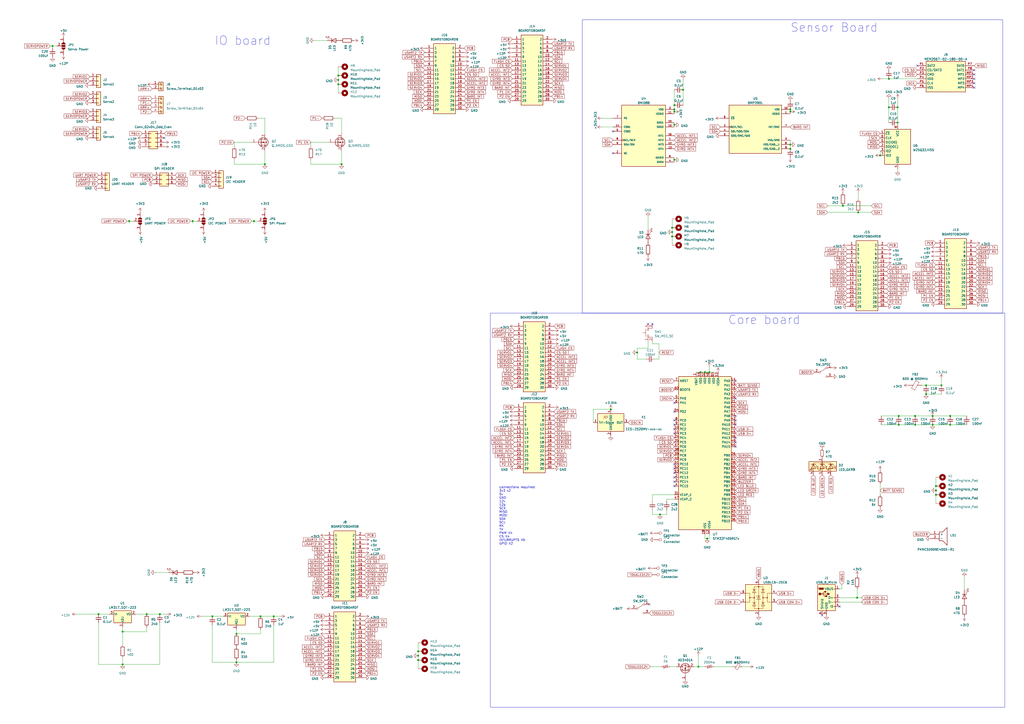
<source format=kicad_sch>
(kicad_sch (version 20230121) (generator eeschema)
  (paper "A2")
  (junction (at 520.7 62.23))
  (junction (at 542.925 287.02))
  (junction (at 458.47 64.77))
  (junction (at 551.18 241.3))
  (junction (at 123.19 357.505))
  (junction (at 391.16 64.77))
  (junction (at 137.16 384.175))
  (junction (at 242.57 382.905))
  (junction (at 537.21 228.6))
  (junction (at 389.89 132.08))
  (junction (at 391.16 63.5))
  (junction (at 537.21 223.52))
  (junction (at 406.4 215.9))
  (junction (at 510.54 90.17))
  (junction (at 74.93 128.27))
  (junction (at 542.925 284.48))
  (junction (at 242.57 380.365))
  (junction (at 530.86 241.3))
  (junction (at 30.48 26.67))
  (junction (at 85.09 356.235))
  (junction (at 546.1 223.52))
  (junction (at 196.215 46.355))
  (junction (at 410.21 312.42))
  (junction (at 458.47 86.36))
  (junction (at 71.12 366.395))
  (junction (at 391.16 92.71))
  (junction (at 391.16 60.96))
  (junction (at 551.18 246.38))
  (junction (at 521.335 246.38))
  (junction (at 137.16 367.665))
  (junction (at 196.215 43.815))
  (junction (at 57.15 356.235))
  (junction (at 71.12 385.445))
  (junction (at 497.205 346.71))
  (junction (at 458.47 83.82))
  (junction (at 382.905 298.45))
  (junction (at 396.24 52.07))
  (junction (at 369.57 204.47))
  (junction (at 354.33 237.49))
  (junction (at 515.62 62.23))
  (junction (at 111.76 128.27))
  (junction (at 153.67 95.25))
  (junction (at 497.84 123.19))
  (junction (at 541.02 246.38))
  (junction (at 158.75 357.505))
  (junction (at 408.94 215.9))
  (junction (at 458.47 63.5))
  (junction (at 530.86 246.38))
  (junction (at 391.16 72.39))
  (junction (at 196.215 48.895))
  (junction (at 147.32 128.27))
  (junction (at 411.48 215.9))
  (junction (at 520.7 71.12))
  (junction (at 389.89 134.62))
  (junction (at 92.71 356.235))
  (junction (at 488.95 119.38))
  (junction (at 515.62 45.72))
  (junction (at 521.335 241.3))
  (junction (at 405.13 386.715))
  (junction (at 242.57 377.825))
  (junction (at 198.12 95.25))
  (junction (at 389.89 137.16))
  (junction (at 151.13 357.505))
  (junction (at 542.925 281.94))
  (junction (at 541.02 241.3))
  (no_connect (at 532.13 38.1))
  (no_connect (at 391.16 269.24))
  (no_connect (at 378.46 187.96))
  (no_connect (at 391.16 251.46))
  (no_connect (at 355.6 88.9))
  (no_connect (at 565.15 43.18))
  (no_connect (at 375.92 187.96))
  (no_connect (at 391.16 243.84))
  (no_connect (at 476.885 356.87))
  (no_connect (at 426.72 254))
  (no_connect (at 426.72 220.98))
  (no_connect (at 426.72 259.08))
  (no_connect (at 391.16 246.38))
  (no_connect (at 426.72 246.38))
  (no_connect (at 391.16 233.68))
  (no_connect (at 391.16 274.32))
  (no_connect (at 565.15 40.64))
  (no_connect (at 565.15 45.72))
  (no_connect (at 391.16 248.92))
  (no_connect (at 391.16 238.76))
  (no_connect (at 376.555 350.52))
  (no_connect (at 391.16 279.4))
  (no_connect (at 426.72 243.84))
  (no_connect (at 391.16 271.78))
  (no_connect (at 565.15 48.26))
  (no_connect (at 487.045 351.79))
  (no_connect (at 426.72 256.54))
  (no_connect (at 391.16 276.86))
  (no_connect (at 426.72 241.3))
  (no_connect (at 426.72 231.14))
  (no_connect (at 565.15 50.8))
  (no_connect (at 391.16 281.94))
  (no_connect (at 355.6 76.2))
  (no_connect (at 95.25 80.01))
  (wire (pts (xy 378.46 199.39) (xy 378.46 198.12)))
  (wire (pts (xy 391.16 63.5) (xy 391.16 64.77)))
  (wire (pts (xy 391.16 72.39) (xy 391.16 73.66)))
  (wire (pts (xy 542.925 281.94) (xy 542.925 284.48)))
  (wire (pts (xy 396.24 45.72) (xy 396.24 52.07)))
  (wire (pts (xy 180.34 92.71) (xy 180.34 95.25)))
  (wire (pts (xy 389.89 137.16) (xy 389.89 142.24)))
  (wire (pts (xy 57.15 385.445) (xy 71.12 385.445)))
  (wire (pts (xy 135.89 95.25) (xy 153.67 95.25)))
  (wire (pts (xy 123.19 362.585) (xy 123.19 384.175)))
  (wire (pts (xy 137.16 384.175) (xy 158.75 384.175)))
  (wire (pts (xy 85.09 363.855) (xy 85.09 366.395)))
  (wire (pts (xy 198.12 77.47) (xy 198.12 68.58)))
  (wire (pts (xy 551.18 246.38) (xy 560.705 246.38)))
  (wire (pts (xy 147.32 128.27) (xy 149.86 128.27)))
  (wire (pts (xy 137.16 384.175) (xy 137.16 382.905)))
  (wire (pts (xy 511.175 246.38) (xy 521.335 246.38)))
  (wire (pts (xy 369.57 201.93) (xy 375.92 201.93)))
  (wire (pts (xy 520.7 97.79) (xy 520.7 99.06)))
  (wire (pts (xy 198.12 95.25) (xy 198.12 87.63)))
  (wire (pts (xy 542.925 284.48) (xy 542.925 287.02)))
  (wire (pts (xy 497.205 346.71) (xy 499.745 346.71)))
  (wire (pts (xy 144.78 357.505) (xy 151.13 357.505)))
  (wire (pts (xy 391.16 71.12) (xy 391.16 72.39)))
  (wire (pts (xy 242.57 380.365) (xy 242.57 382.905)))
  (wire (pts (xy 349.25 73.66) (xy 355.6 73.66)))
  (wire (pts (xy 85.09 366.395) (xy 71.12 366.395)))
  (wire (pts (xy 515.62 45.72) (xy 532.13 45.72)))
  (wire (pts (xy 110.49 128.27) (xy 111.76 128.27)))
  (wire (pts (xy 29.21 26.67) (xy 30.48 26.67)))
  (wire (pts (xy 196.215 46.355) (xy 196.215 48.895)))
  (wire (pts (xy 242.57 382.905) (xy 242.57 387.985)))
  (wire (pts (xy 488.315 339.09) (xy 488.315 341.63)))
  (wire (pts (xy 92.71 361.315) (xy 92.71 385.445)))
  (wire (pts (xy 116.84 357.505) (xy 123.19 357.505)))
  (wire (pts (xy 388.62 386.715) (xy 392.43 386.715)))
  (wire (pts (xy 344.17 237.49) (xy 354.33 237.49)))
  (wire (pts (xy 411.48 212.725) (xy 411.48 215.9)))
  (wire (pts (xy 57.15 356.235) (xy 63.5 356.235)))
  (wire (pts (xy 497.84 123.19) (xy 505.46 123.19)))
  (wire (pts (xy 520.7 57.15) (xy 520.7 62.23)))
  (wire (pts (xy 74.93 129.54) (xy 74.93 128.27)))
  (wire (pts (xy 537.21 223.52) (xy 534.67 223.52)))
  (wire (pts (xy 406.4 215.9) (xy 408.94 215.9)))
  (wire (pts (xy 408.94 309.88) (xy 408.94 312.42)))
  (wire (pts (xy 521.335 241.3) (xy 530.86 241.3)))
  (wire (pts (xy 520.7 71.12) (xy 520.7 72.39)))
  (wire (pts (xy 378.46 298.45) (xy 382.905 298.45)))
  (wire (pts (xy 158.75 357.505) (xy 162.56 357.505)))
  (wire (pts (xy 510.54 280.67) (xy 510.54 287.02)))
  (wire (pts (xy 123.19 357.505) (xy 129.54 357.505)))
  (wire (pts (xy 551.18 241.3) (xy 560.705 241.3)))
  (wire (pts (xy 391.16 60.96) (xy 391.16 63.5)))
  (wire (pts (xy 497.84 111.76) (xy 497.84 115.57)))
  (wire (pts (xy 375.92 125.73) (xy 375.92 133.35)))
  (wire (pts (xy 458.47 64.77) (xy 458.47 66.04)))
  (wire (pts (xy 487.045 349.25) (xy 501.015 349.25)))
  (wire (pts (xy 135.89 82.55) (xy 135.89 85.09)))
  (wire (pts (xy 546.1 219.71) (xy 546.1 223.52)))
  (wire (pts (xy 151.13 357.505) (xy 158.75 357.505)))
  (wire (pts (xy 488.315 341.63) (xy 487.045 341.63)))
  (wire (pts (xy 515.62 62.23) (xy 515.62 71.12)))
  (wire (pts (xy 153.67 68.58) (xy 149.86 68.58)))
  (wire (pts (xy 414.02 386.715) (xy 425.45 386.715)))
  (wire (pts (xy 349.25 68.58) (xy 355.6 68.58)))
  (wire (pts (xy 196.215 48.895) (xy 196.215 53.975)))
  (wire (pts (xy 111.76 129.54) (xy 111.76 128.27)))
  (wire (pts (xy 405.13 386.715) (xy 408.94 386.715)))
  (wire (pts (xy 242.57 377.825) (xy 242.57 380.365)))
  (wire (pts (xy 521.335 246.38) (xy 530.86 246.38)))
  (wire (pts (xy 85.09 356.235) (xy 92.71 356.235)))
  (wire (pts (xy 382.27 199.39) (xy 378.46 199.39)))
  (wire (pts (xy 391.16 91.44) (xy 391.16 92.71)))
  (wire (pts (xy 391.16 52.07) (xy 391.16 60.96)))
  (wire (pts (xy 344.17 245.11) (xy 344.17 237.49)))
  (wire (pts (xy 158.75 362.585) (xy 158.75 384.175)))
  (wire (pts (xy 153.67 95.25) (xy 153.67 87.63)))
  (wire (pts (xy 389.89 127) (xy 389.89 132.08)))
  (wire (pts (xy 153.67 77.47) (xy 153.67 68.58)))
  (wire (pts (xy 542.925 287.02) (xy 542.925 292.1)))
  (wire (pts (xy 182.245 23.495) (xy 189.865 23.495)))
  (wire (pts (xy 497.205 341.63) (xy 497.205 346.71)))
  (wire (pts (xy 520.7 62.23) (xy 520.7 71.12)))
  (wire (pts (xy 510.54 87.63) (xy 510.54 90.17)))
  (wire (pts (xy 146.05 128.27) (xy 147.32 128.27)))
  (wire (pts (xy 369.57 208.28) (xy 374.65 208.28)))
  (wire (pts (xy 147.32 129.54) (xy 147.32 128.27)))
  (wire (pts (xy 559.435 334.645) (xy 559.435 342.265)))
  (wire (pts (xy 180.34 95.25) (xy 198.12 95.25)))
  (wire (pts (xy 389.89 132.08) (xy 389.89 134.62)))
  (wire (pts (xy 382.27 199.39) (xy 382.27 208.28)))
  (wire (pts (xy 71.12 366.395) (xy 71.12 374.015)))
  (wire (pts (xy 377.19 386.715) (xy 383.54 386.715)))
  (wire (pts (xy 546.1 223.52) (xy 537.21 223.52)))
  (wire (pts (xy 151.13 365.125) (xy 151.13 367.665)))
  (wire (pts (xy 410.21 312.42) (xy 411.48 312.42)))
  (wire (pts (xy 242.57 372.745) (xy 242.57 377.825)))
  (wire (pts (xy 196.215 38.735) (xy 196.215 43.815)))
  (wire (pts (xy 408.94 312.42) (xy 410.21 312.42)))
  (wire (pts (xy 391.16 64.77) (xy 391.16 66.04)))
  (wire (pts (xy 386.715 289.56) (xy 386.715 290.83)))
  (wire (pts (xy 430.53 386.715) (xy 434.34 386.715)))
  (wire (pts (xy 515.62 57.15) (xy 515.62 62.23)))
  (wire (pts (xy 90.17 332.105) (xy 97.79 332.105)))
  (wire (pts (xy 190.5 82.55) (xy 180.34 82.55)))
  (wire (pts (xy 389.89 134.62) (xy 389.89 137.16)))
  (wire (pts (xy 137.16 365.125) (xy 137.16 367.665)))
  (wire (pts (xy 515.62 45.72) (xy 511.81 45.72)))
  (wire (pts (xy 57.15 361.315) (xy 57.15 385.445)))
  (wire (pts (xy 369.57 204.47) (xy 369.57 201.93)))
  (wire (pts (xy 458.47 81.28) (xy 458.47 83.82)))
  (wire (pts (xy 541.02 246.38) (xy 551.18 246.38)))
  (wire (pts (xy 198.12 68.58) (xy 194.31 68.58)))
  (wire (pts (xy 480.06 119.38) (xy 488.95 119.38)))
  (wire (pts (xy 488.95 119.38) (xy 505.46 119.38)))
  (wire (pts (xy 71.12 363.855) (xy 71.12 366.395)))
  (wire (pts (xy 44.45 356.235) (xy 57.15 356.235)))
  (wire (pts (xy 369.57 204.47) (xy 369.57 208.28)))
  (wire (pts (xy 71.12 381.635) (xy 71.12 385.445)))
  (wire (pts (xy 396.24 52.07) (xy 396.24 60.96)))
  (wire (pts (xy 378.46 287.02) (xy 378.46 290.83)))
  (wire (pts (xy 511.175 241.3) (xy 521.335 241.3)))
  (wire (pts (xy 92.71 385.445) (xy 71.12 385.445)))
  (wire (pts (xy 411.48 312.42) (xy 411.48 309.88)))
  (wire (pts (xy 403.86 215.9) (xy 406.4 215.9)))
  (wire (pts (xy 386.715 298.45) (xy 386.715 295.91)))
  (wire (pts (xy 196.215 43.815) (xy 196.215 46.355)))
  (wire (pts (xy 111.76 128.27) (xy 114.3 128.27)))
  (wire (pts (xy 391.16 92.71) (xy 391.16 93.98)))
  (wire (pts (xy 74.93 128.27) (xy 77.47 128.27)))
  (wire (pts (xy 530.86 241.3) (xy 541.02 241.3)))
  (wire (pts (xy 135.89 92.71) (xy 135.89 95.25)))
  (wire (pts (xy 375.92 201.93) (xy 375.92 198.12)))
  (wire (pts (xy 458.47 83.82) (xy 458.47 86.36)))
  (wire (pts (xy 391.16 287.02) (xy 378.46 287.02)))
  (wire (pts (xy 537.21 228.6) (xy 546.1 228.6)))
  (wire (pts (xy 541.02 241.3) (xy 551.18 241.3)))
  (wire (pts (xy 73.66 128.27) (xy 74.93 128.27)))
  (wire (pts (xy 542.925 276.86) (xy 542.925 281.94)))
  (wire (pts (xy 458.47 63.5) (xy 458.47 64.77)))
  (wire (pts (xy 378.46 295.91) (xy 378.46 298.45)))
  (wire (pts (xy 402.59 386.715) (xy 405.13 386.715)))
  (wire (pts (xy 30.48 26.67) (xy 33.02 26.67)))
  (wire (pts (xy 379.73 208.28) (xy 382.27 208.28)))
  (wire (pts (xy 530.86 246.38) (xy 541.02 246.38)))
  (wire (pts (xy 78.74 356.235) (xy 85.09 356.235)))
  (wire (pts (xy 487.045 346.71) (xy 497.205 346.71)))
  (wire (pts (xy 30.48 27.94) (xy 30.48 26.67)))
  (wire (pts (xy 405.13 380.365) (xy 405.13 386.715)))
  (wire (pts (xy 382.905 298.45) (xy 386.715 298.45)))
  (wire (pts (xy 391.16 289.56) (xy 386.715 289.56)))
  (wire (pts (xy 180.34 82.55) (xy 180.34 85.09)))
  (wire (pts (xy 146.05 82.55) (xy 135.89 82.55)))
  (wire (pts (xy 151.13 367.665) (xy 137.16 367.665)))
  (wire (pts (xy 123.19 384.175) (xy 137.16 384.175)))
  (wire (pts (xy 408.94 215.9) (xy 411.48 215.9)))
  (wire (pts (xy 411.48 215.9) (xy 414.02 215.9)))
  (wire (pts (xy 480.06 123.19) (xy 497.84 123.19)))
  (wire (pts (xy 92.71 356.235) (xy 96.52 356.235)))
  (rectangle (start 284.48 181.61) (end 582.93 410.21))
  (rectangle (start 337.82 11.43) (end 581.66 181.61))
  (text "connections required:\n3v3 x2\n5v\nGND\n12v\n12p\nSCK\nMISO\nMOSI\nSDA\nSCL\nRX\nTX\nPWM X4\nCS X4\nINTURRUPTS X5\nGPIO X2" (at 289.56 316.23 0) (effects (font (size 1.27 1.27)) (justify left bottom)))
  (text "Core board\n" (at 422.275 188.595 0) (effects (font (size 5 5)) (justify left bottom)))
  (text "Sensor Board\n" (at 458.47 19.05 0) (effects (font (size 5 5)) (justify left bottom)))
  (text "IO board\n" (at 124.46 26.67 0) (effects (font (size 5 5)) (justify left bottom)))
  (global_label "SERVOPOWER" (shape input) (at 29.21 26.67 180) (property "Intersheetrefs" "${INTERSHEET_REFS}" (effects hide)))
  (global_label "SCK" (shape input) (at 298.45 214.63 180) (property "Intersheetrefs" "${INTERSHEET_REFS}" (effects hide)))
  (global_label "USART2 TX" (shape input) (at 320.04 25.4 0) (property "Intersheetrefs" "${INTERSHEET_REFS}" (effects hide)))
  (global_label "FLASH CS" (shape input) (at 542.925 153.67 180) (property "Intersheetrefs" "${INTERSHEET_REFS}" (effects hide)))
  (global_label "LED BLUE" (shape input) (at 471.805 275.59 270) (property "Intersheetrefs" "${INTERSHEET_REFS}" (effects hide)))
  (global_label "PB14" (shape input) (at 82.55 77.47 180) (property "Intersheetrefs" "${INTERSHEET_REFS}" (effects hide)))
  (global_label "CS SD" (shape input) (at 211.455 325.755 0) (property "Intersheetrefs" "${INTERSHEET_REFS}" (effects hide)))
  (global_label "BOOT0" (shape input) (at 391.16 226.06 180) (property "Intersheetrefs" "${INTERSHEET_REFS}" (effects hide)))
  (global_label "BARO INT" (shape input) (at 211.455 338.455 0) (property "Intersheetrefs" "${INTERSHEET_REFS}" (effects hide)))
  (global_label "GYRO INT4" (shape input) (at 298.45 261.62 180) (property "Intersheetrefs" "${INTERSHEET_REFS}" (effects hide)))
  (global_label "SCL" (shape input) (at 565.785 153.67 0) (property "Intersheetrefs" "${INTERSHEET_REFS}" (effects hide)))
  (global_label "SERVO3" (shape input) (at 321.31 256.54 0) (property "Intersheetrefs" "${INTERSHEET_REFS}" (effects hide)))
  (global_label "SERVO4" (shape input) (at 491.49 165.1 180) (property "Intersheetrefs" "${INTERSHEET_REFS}" (effects hide)))
  (global_label "SCL" (shape input) (at 426.72 289.56 0) (property "Intersheetrefs" "${INTERSHEET_REFS}" (effects hide)))
  (global_label "SDA" (shape input) (at 355.6 83.82 180) (property "Intersheetrefs" "${INTERSHEET_REFS}" (effects hide)))
  (global_label "GYRO INT3" (shape input) (at 188.595 380.365 180) (property "Intersheetrefs" "${INTERSHEET_REFS}" (effects hide)))
  (global_label "SERVO3" (shape input) (at 320.04 43.18 0) (property "Intersheetrefs" "${INTERSHEET_REFS}" (effects hide)))
  (global_label "USART2 TX" (shape input) (at 491.49 144.78 180) (property "Intersheetrefs" "${INTERSHEET_REFS}" (effects hide)))
  (global_label "LED RED" (shape input) (at 426.72 287.02 0) (property "Intersheetrefs" "${INTERSHEET_REFS}" (effects hide)))
  (global_label "BARO INT" (shape input) (at 269.24 55.88 0) (property "Intersheetrefs" "${INTERSHEET_REFS}" (effects hide)))
  (global_label "BUZZER" (shape input) (at 426.72 279.4 0) (property "Intersheetrefs" "${INTERSHEET_REFS}" (effects hide)))
  (global_label "BARO INT" (shape input) (at 321.31 217.17 0) (property "Intersheetrefs" "${INTERSHEET_REFS}" (effects hide)))
  (global_label "SDA" (shape input) (at 211.455 367.665 0) (property "Intersheetrefs" "${INTERSHEET_REFS}" (effects hide)))
  (global_label "ACCEL INT1" (shape input) (at 542.925 161.29 180) (property "Intersheetrefs" "${INTERSHEET_REFS}" (effects hide)))
  (global_label "MOSI" (shape input) (at 246.38 58.42 180) (property "Intersheetrefs" "${INTERSHEET_REFS}" (effects hide)))
  (global_label "CS SD" (shape input) (at 514.35 157.48 0) (property "Intersheetrefs" "${INTERSHEET_REFS}" (effects hide)))
  (global_label "SCL" (shape input) (at 211.455 370.205 0) (property "Intersheetrefs" "${INTERSHEET_REFS}" (effects hide)))
  (global_label "ACCEL INT1" (shape input) (at 391.16 78.74 0) (property "Intersheetrefs" "${INTERSHEET_REFS}" (effects hide)))
  (global_label "SERVO4" (shape input) (at 211.455 380.365 0) (property "Intersheetrefs" "${INTERSHEET_REFS}" (effects hide)))
  (global_label "MISO" (shape input) (at 101.6 104.14 0) (property "Intersheetrefs" "${INTERSHEET_REFS}" (effects hide)))
  (global_label "PC8" (shape input) (at 298.45 236.22 180) (property "Intersheetrefs" "${INTERSHEET_REFS}" (effects hide)))
  (global_label "GYRO INT3" (shape input) (at 297.18 45.72 180) (property "Intersheetrefs" "${INTERSHEET_REFS}" (effects hide)))
  (global_label "ACCEL INT2" (shape input) (at 514.35 160.02 0) (property "Intersheetrefs" "${INTERSHEET_REFS}" (effects hide)))
  (global_label "USART2 TX" (shape input) (at 565.785 143.51 0) (property "Intersheetrefs" "${INTERSHEET_REFS}" (effects hide)))
  (global_label "USART2 RX" (shape input) (at 426.72 228.6 0) (property "Intersheetrefs" "${INTERSHEET_REFS}" (effects hide)))
  (global_label "USART2 RX" (shape input) (at 491.49 147.32 180) (property "Intersheetrefs" "${INTERSHEET_REFS}" (effects hide)))
  (global_label "MOSI" (shape input) (at 510.54 82.55 180) (property "Intersheetrefs" "${INTERSHEET_REFS}" (effects hide)))
  (global_label "USB CON D-" (shape input) (at 499.745 349.25 0) (property "Intersheetrefs" "${INTERSHEET_REFS}" (effects hide)))
  (global_label "SCK" (shape input) (at 320.04 48.26 0) (property "Intersheetrefs" "${INTERSHEET_REFS}" (effects hide)))
  (global_label "SERVO4" (shape input) (at 426.72 264.16 0) (property "Intersheetrefs" "${INTERSHEET_REFS}" (effects hide)))
  (global_label "BARO INT" (shape input) (at 298.45 264.16 180) (property "Intersheetrefs" "${INTERSHEET_REFS}" (effects hide)))
  (global_label "ACCEL INT1" (shape input) (at 188.595 377.825 180) (property "Intersheetrefs" "${INTERSHEET_REFS}" (effects hide)))
  (global_label "ACCEL INT2" (shape input) (at 298.45 254 180) (property "Intersheetrefs" "${INTERSHEET_REFS}" (effects hide)))
  (global_label "SCL" (shape input) (at 491.49 154.94 180) (property "Intersheetrefs" "${INTERSHEET_REFS}" (effects hide)))
  (global_label "USB CON D+" (shape input) (at 499.745 346.71 0) (property "Intersheetrefs" "${INTERSHEET_REFS}" (effects hide)))
  (global_label "VBUS" (shape input) (at 440.055 336.55 90) (property "Intersheetrefs" "${INTERSHEET_REFS}" (effects hide)))
  (global_label "USART2 RX" (shape input) (at 298.45 194.31 180) (property "Intersheetrefs" "${INTERSHEET_REFS}" (effects hide)))
  (global_label "CS SD" (shape input) (at 542.925 156.21 180) (property "Intersheetrefs" "${INTERSHEET_REFS}" (effects hide)))
  (global_label "GYRO INT3" (shape input) (at 514.35 165.1 0) (property "Intersheetrefs" "${INTERSHEET_REFS}" (effects hide)))
  (global_label "ACCEL INT1" (shape input) (at 426.72 269.24 0) (property "Intersheetrefs" "${INTERSHEET_REFS}" (effects hide)))
  (global_label "USART2 RX" (shape input) (at 246.38 33.02 180) (property "Intersheetrefs" "${INTERSHEET_REFS}" (effects hide)))
  (global_label "P2 EN" (shape input) (at 188.595 390.525 180) (property "Intersheetrefs" "${INTERSHEET_REFS}" (effects hide)))
  (global_label "CS SD" (shape input) (at 532.13 40.64 180) (property "Intersheetrefs" "${INTERSHEET_REFS}" (effects hide)))
  (global_label "BARO INT" (shape input) (at 188.595 385.445 180) (property "Intersheetrefs" "${INTERSHEET_REFS}" (effects hide)))
  (global_label "PC8" (shape input) (at 297.18 22.86 180) (property "Intersheetrefs" "${INTERSHEET_REFS}" (effects hide)))
  (global_label "PB15" (shape input) (at 95.25 77.47 0) (property "Intersheetrefs" "${INTERSHEET_REFS}" (effects hide)))
  (global_label "PB14" (shape input) (at 426.72 299.72 0) (property "Intersheetrefs" "${INTERSHEET_REFS}" (effects hide)))
  (global_label "SCK" (shape input) (at 565.785 166.37 0) (property "Intersheetrefs" "${INTERSHEET_REFS}" (effects hide)))
  (global_label "SERVO2" (shape input) (at 52.07 54.61 180) (property "Intersheetrefs" "${INTERSHEET_REFS}" (effects hide)))
  (global_label "USB D-" (shape input) (at 429.895 344.17 180) (property "Intersheetrefs" "${INTERSHEET_REFS}" (effects hide)))
  (global_label "MISO" (shape input) (at 565.785 168.91 0) (property "Intersheetrefs" "${INTERSHEET_REFS}" (effects hide)))
  (global_label "FLASH CS" (shape input) (at 391.16 254 180) (property "Intersheetrefs" "${INTERSHEET_REFS}" (effects hide)))
  (global_label "SERVO3" (shape input) (at 391.16 266.7 180) (property "Intersheetrefs" "${INTERSHEET_REFS}" (effects hide)))
  (global_label "SCK" (shape input) (at 491.49 167.64 180) (property "Intersheetrefs" "${INTERSHEET_REFS}" (effects hide)))
  (global_label "PC8" (shape input) (at 542.925 140.97 180) (property "Intersheetrefs" "${INTERSHEET_REFS}" (effects hide)))
  (global_label "ACCEL INT2" (shape input) (at 211.455 328.295 0) (property "Intersheetrefs" "${INTERSHEET_REFS}" (effects hide)))
  (global_label "SERVO4" (shape input) (at 52.07 74.93 180) (property "Intersheetrefs" "${INTERSHEET_REFS}" (effects hide)))
  (global_label "P2 EN" (shape input) (at 542.925 173.99 180) (property "Intersheetrefs" "${INTERSHEET_REFS}" (effects hide)))
  (global_label "ACCEL INT1" (shape input) (at 321.31 209.55 0) (property "Intersheetrefs" "${INTERSHEET_REFS}" (effects hide)))
  (global_label "BOOT0" (shape input) (at 472.44 215.9 180) (property "Intersheetrefs" "${INTERSHEET_REFS}" (effects hide)))
  (global_label "USART2 RX" (shape input) (at 321.31 241.3 0) (property "Intersheetrefs" "${INTERSHEET_REFS}" (effects hide)))
  (global_label "GYRO INT4" (shape input) (at 269.24 53.34 0) (property "Intersheetrefs" "${INTERSHEET_REFS}" (effects hide)))
  (global_label "MISO" (shape input) (at 565.15 38.1 0) (property "Intersheetrefs" "${INTERSHEET_REFS}" (effects hide)))
  (global_label "SDA" (shape input) (at 321.31 246.38 0) (property "Intersheetrefs" "${INTERSHEET_REFS}" (effects hide)))
  (global_label "P1 EN" (shape input) (at 269.24 58.42 0) (property "Intersheetrefs" "${INTERSHEET_REFS}" (effects hide)))
  (global_label "SERVO2" (shape input) (at 391.16 261.62 180) (property "Intersheetrefs" "${INTERSHEET_REFS}" (effects hide)))
  (global_label "MISO" (shape input) (at 298.45 217.17 180) (property "Intersheetrefs" "${INTERSHEET_REFS}" (effects hide)))
  (global_label "SERVO1" (shape input) (at 391.16 259.08 180) (property "Intersheetrefs" "${INTERSHEET_REFS}" (effects hide)))
  (global_label "PB14" (shape input) (at 298.45 222.25 180) (property "Intersheetrefs" "${INTERSHEET_REFS}" (effects hide)))
  (global_label "P1 EN" (shape input) (at 297.18 53.34 180) (property "Intersheetrefs" "${INTERSHEET_REFS}" (effects hide)))
  (global_label "LED RED" (shape input) (at 481.965 275.59 270) (property "Intersheetrefs" "${INTERSHEET_REFS}" (effects hide)))
  (global_label "SCL" (shape input) (at 320.04 35.56 0) (property "Intersheetrefs" "${INTERSHEET_REFS}" (effects hide)))
  (global_label "SERVO1" (shape input) (at 321.31 251.46 0) (property "Intersheetrefs" "${INTERSHEET_REFS}" (effects hide)))
  (global_label "P1 EN" (shape input) (at 514.35 172.72 0) (property "Intersheetrefs" "${INTERSHEET_REFS}" (effects hide)))
  (global_label "RESET" (shape input) (at 382.27 204.47 0) (property "Intersheetrefs" "${INTERSHEET_REFS}" (effects hide)))
  (global_label "SCK" (shape input) (at 188.595 335.915 180) (property "Intersheetrefs" "${INTERSHEET_REFS}" (effects hide)))
  (global_label "GYRO INT3" (shape input) (at 321.31 212.09 0) (property "Intersheetrefs" "${INTERSHEET_REFS}" (effects hide)))
  (global_label "P1-" (shape input) (at 186.69 68.58 180) (property "Intersheetrefs" "${INTERSHEET_REFS}" (effects hide)))
  (global_label "SCL" (shape input) (at 188.595 323.215 180) (property "Intersheetrefs" "${INTERSHEET_REFS}" (effects hide)))
  (global_label "TOGGLED12V" (shape input) (at 377.19 386.715 180) (property "Intersheetrefs" "${INTERSHEET_REFS}" (effects hide)))
  (global_label "SERVO2" (shape input) (at 188.595 328.295 180) (property "Intersheetrefs" "${INTERSHEET_REFS}" (effects hide)))
  (global_label "SERVO2" (shape input) (at 298.45 207.01 180) (property "Intersheetrefs" "${INTERSHEET_REFS}" (effects hide)))
  (global_label "SDA" (shape input) (at 491.49 152.4 180) (property "Intersheetrefs" "${INTERSHEET_REFS}" (effects hide)))
  (global_label "PB15" (shape input) (at 321.31 243.84 0) (property "Intersheetrefs" "${INTERSHEET_REFS}" (effects hide)))
  (global_label "BATT SENSE" (shape input) (at 510.54 284.48 0) (property "Intersheetrefs" "${INTERSHEET_REFS}" (effects hide)))
  (global_label "PC8" (shape input) (at 391.16 264.16 180) (property "Intersheetrefs" "${INTERSHEET_REFS}" (effects hide)))
  (global_label "SERVO4" (shape input) (at 321.31 259.08 0) (property "Intersheetrefs" "${INTERSHEET_REFS}" (effects hide)))
  (global_label "SERVO2" (shape input) (at 320.04 40.64 0) (property "Intersheetrefs" "${INTERSHEET_REFS}" (effects hide)))
  (global_label "FLASH CS" (shape input) (at 211.455 323.215 0) (property "Intersheetrefs" "${INTERSHEET_REFS}" (effects hide)))
  (global_label "SERVO1" (shape input) (at 491.49 157.48 180) (property "Intersheetrefs" "${INTERSHEET_REFS}" (effects hide)))
  (global_label "SCL" (shape input) (at 246.38 40.64 180) (property "Intersheetrefs" "${INTERSHEET_REFS}" (effects hide)))
  (global_label "SERVO2" (shape input) (at 565.785 158.75 0) (property "Intersheetrefs" "${INTERSHEET_REFS}" (effects hide)))
  (global_label "SPI POWER" (shape input) (at 146.05 128.27 180) (property "Intersheetrefs" "${INTERSHEET_REFS}" (effects hide)))
  (global_label "MISO" (shape input) (at 188.595 338.455 180) (property "Intersheetrefs" "${INTERSHEET_REFS}" (effects hide)))
  (global_label "MOSI" (shape input) (at 532.13 43.18 180) (property "Intersheetrefs" "${INTERSHEET_REFS}" (effects hide)))
  (global_label "SCK" (shape input) (at 101.6 101.6 0) (property "Intersheetrefs" "${INTERSHEET_REFS}" (effects hide)))
  (global_label "GYRO INT4" (shape input) (at 188.595 382.905 180) (property "Intersheetrefs" "${INTERSHEET_REFS}" (effects hide)))
  (global_label "SDA" (shape input) (at 480.06 123.19 180) (property "Intersheetrefs" "${INTERSHEET_REFS}" (effects hide)))
  (global_label "VBUS" (shape input) (at 488.315 339.09 90) (property "Intersheetrefs" "${INTERSHEET_REFS}" (effects hide)))
  (global_label "USART2 TX" (shape input) (at 426.72 226.06 0) (property "Intersheetrefs" "${INTERSHEET_REFS}" (effects hide)))
  (global_label "SERVO1" (shape input) (at 565.785 156.21 0) (property "Intersheetrefs" "${INTERSHEET_REFS}" (effects hide)))
  (global_label "ACCEL INT2" (shape input) (at 269.24 45.72 0) (property "Intersheetrefs" "${INTERSHEET_REFS}" (effects hide)))
  (global_label "SERVO1" (shape input) (at 298.45 204.47 180) (property "Intersheetrefs" "${INTERSHEET_REFS}" (effects hide)))
  (global_label "SDA" (shape input) (at 426.72 292.1 0) (property "Intersheetrefs" "${INTERSHEET_REFS}" (effects hide)))
  (global_label "PB14" (shape input) (at 211.455 390.525 0) (property "Intersheetrefs" "${INTERSHEET_REFS}" (effects hide)))
  (global_label "SCL" (shape input) (at 298.45 201.93 180) (property "Intersheetrefs" "${INTERSHEET_REFS}" (effects hide)))
  (global_label "PB14" (shape input) (at 321.31 269.24 0) (property "Intersheetrefs" "${INTERSHEET_REFS}" (effects hide)))
  (global_label "P2 EN" (shape input) (at 298.45 269.24 180) (property "Intersheetrefs" "${INTERSHEET_REFS}" (effects hide)))
  (global_label "GYRO INT3" (shape input) (at 391.16 83.82 0) (property "Intersheetrefs" "${INTERSHEET_REFS}" (effects hide)))
  (global_label "SCL" (shape input) (at 321.31 248.92 0) (property "Intersheetrefs" "${INTERSHEET_REFS}" (effects hide)))
  (global_label "SCL" (shape input) (at 123.19 105.41 180) (property "Intersheetrefs" "${INTERSHEET_REFS}" (effects hide)))
  (global_label "ACCEL INT1" (shape input) (at 298.45 256.54 180) (property "Intersheetrefs" "${INTERSHEET_REFS}" (effects hide)))
  (global_label "PC8" (shape input) (at 188.595 357.505 180) (property "Intersheetrefs" "${INTERSHEET_REFS}" (effects hide)))
  (global_label "FLASH CS" (shape input) (at 510.54 77.47 180) (property "Intersheetrefs" "${INTERSHEET_REFS}" (effects hide)))
  (global_label "SERVOPOWER" (shape input) (at 52.07 46.99 180) (property "Intersheetrefs" "${INTERSHEET_REFS}" (effects hide)))
  (global_label "PB15" (shape input) (at 426.72 302.26 0) (property "Intersheetrefs" "${INTERSHEET_REFS}" (effects hide)))
  (global_label "GYRO INT4" (shape input) (at 514.35 167.64 0) (property "Intersheetrefs" "${INTERSHEET_REFS}" (effects hide)))
  (global_label "USART2 TX" (shape input) (at 246.38 30.48 180) (property "Intersheetrefs" "${INTERSHEET_REFS}" (effects hide)))
  (global_label "SERVO4" (shape input) (at 565.785 163.83 0) (property "Intersheetrefs" "${INTERSHEET_REFS}" (effects hide)))
  (global_label "USART2 TX" (shape input) (at 57.15 104.14 180) (property "Intersheetrefs" "${INTERSHEET_REFS}" (effects hide)))
  (global_label "SCL" (shape input) (at 505.46 119.38 0) (property "Intersheetrefs" "${INTERSHEET_REFS}" (effects hide)))
  (global_label "GYRO INT4" (shape input) (at 297.18 48.26 180) (property "Intersheetrefs" "${INTERSHEET_REFS}" (effects hide)))
  (global_label "PB14" (shape input) (at 565.785 173.99 0) (property "Intersheetrefs" "${INTERSHEET_REFS}" (effects hide)))
  (global_label "ACCEL INT1" (shape input) (at 514.35 162.56 0) (property "Intersheetrefs" "${INTERSHEET_REFS}" (effects hide)))
  (global_label "TOGGLED12V" (shape input) (at 376.555 355.6 0) (property "Intersheetrefs" "${INTERSHEET_REFS}" (effects hide)))
  (global_label "GYRO INT4" (shape input) (at 391.16 86.36 0) (property "Intersheetrefs" "${INTERSHEET_REFS}" (effects hide)))
  (global_label "PB14" (shape input) (at 491.49 175.26 180) (property "Intersheetrefs" "${INTERSHEET_REFS}" (effects hide)))
  (global_label "RESET" (shape input) (at 391.16 220.98 180) (property "Intersheetrefs" "${INTERSHEET_REFS}" (effects hide)))
  (global_label "GYRO INT4" (shape input) (at 321.31 214.63 0) (property "Intersheetrefs" "${INTERSHEET_REFS}" (effects hide)))
  (global_label "P1 EN" (shape input) (at 180.34 82.55 180) (property "Intersheetrefs" "${INTERSHEET_REFS}" (effects hide)))
  (global_label "BUZZER" (shape input) (at 539.75 309.88 180) (property "Intersheetrefs" "${INTERSHEET_REFS}" (effects hide)))
  (global_label "PB15" (shape input) (at 565.785 148.59 0) (property "Intersheetrefs" "${INTERSHEET_REFS}" (effects hide)))
  (global_label "ACCEL INT1" (shape input) (at 211.455 330.835 0) (property "Intersheetrefs" "${INTERSHEET_REFS}" (effects hide)))
  (global_label "SCK" (shape input) (at 532.13 48.26 180) (property "Intersheetrefs" "${INTERSHEET_REFS}" (effects hide)))
  (global_label "USART2 TX" (shape input) (at 211.455 360.045 0) (property "Intersheetrefs" "${INTERSHEET_REFS}" (effects hide)))
  (global_label "MOSI" (shape input) (at 491.49 172.72 180) (property "Intersheetrefs" "${INTERSHEET_REFS}" (effects hide)))
  (global_label "SERVO4" (shape input) (at 188.595 333.375 180) (property "Intersheetrefs" "${INTERSHEET_REFS}" (effects hide)))
  (global_label "SERVO2" (shape input) (at 491.49 160.02 180) (property "Intersheetrefs" "${INTERSHEET_REFS}" (effects hide)))
  (global_label "P1-" (shape input) (at 88.265 59.69 180) (property "Intersheetrefs" "${INTERSHEET_REFS}" (effects hide)))
  (global_label "PC8" (shape input) (at 211.455 310.515 0) (property "Intersheetrefs" "${INTERSHEET_REFS}" (effects hide)))
  (global_label "USB CON D+" (shape input) (at 450.215 349.25 0) (property "Intersheetrefs" "${INTERSHEET_REFS}" (effects hide)))
  (global_label "GYRO INT3" (shape input) (at 269.24 50.8 0) (property "Intersheetrefs" "${INTERSHEET_REFS}" (effects hide)))
  (global_label "CS SD" (shape input) (at 269.24 43.18 0) (property "Intersheetrefs" "${INTERSHEET_REFS}" (effects hide)))
  (global_label "P1 EN" (shape input) (at 211.455 340.995 0) (property "Intersheetrefs" "${INTERSHEET_REFS}" (effects hide)))
  (global_label "SERVO3" (shape input) (at 246.38 48.26 180) (property "Intersheetrefs" "${INTERSHEET_REFS}" (effects hide)))
  (global_label "GYRO INT4" (shape input) (at 426.72 274.32 0) (property "Intersheetrefs" "${INTERSHEET_REFS}" (effects hide)))
  (global_label "MISO" (shape input) (at 320.04 50.8 0) (property "Intersheetrefs" "${INTERSHEET_REFS}" (effects hide)))
  (global_label "P2-" (shape input) (at 142.24 68.58 180) (property "Intersheetrefs" "${INTERSHEET_REFS}" (effects hide)))
  (global_label "MOSI" (shape input) (at 320.04 53.34 0) (property "Intersheetrefs" "${INTERSHEET_REFS}" (effects hide)))
  (global_label "SERVO1" (shape input) (at 320.04 38.1 0) (property "Intersheetrefs" "${INTERSHEET_REFS}" (effects hide)))
  (global_label "FLASH CS" (shape input) (at 321.31 201.93 0) (property "Intersheetrefs" "${INTERSHEET_REFS}" (effects hide)))
  (global_label "SERVO4" (shape input) (at 298.45 212.09 180) (property "Intersheetrefs" "${INTERSHEET_REFS}" (effects hide)))
  (global_label "MOSI" (shape input) (at 188.595 340.995 180) (property "Intersheetrefs" "${INTERSHEET_REFS}" (effects hide)))
  (global_label "PB15" (shape input) (at 188.595 318.135 180) (property "Intersheetrefs" "${INTERSHEET_REFS}" (effects hide)))
  (global_label "SERVO2" (shape input) (at 211.455 375.285 0) (property "Intersheetrefs" "${INTERSHEET_REFS}" (effects hide)))
  (global_label "SERVO1" (shape input) (at 188.595 325.755 180) (property "Intersheetrefs" "${INTERSHEET_REFS}" (effects hide)))
  (global_label "P1 EN" (shape input) (at 188.595 387.985 180) (property "Intersheetrefs" "${INTERSHEET_REFS}" (effects hide)))
  (global_label "SERVO4" (shape input) (at 246.38 50.8 180) (property "Intersheetrefs" "${INTERSHEET_REFS}" (effects hide)))
  (global_label "P2-" (shape input) (at 88.265 64.77 180) (property "Intersheetrefs" "${INTERSHEET_REFS}" (effects hide)))
  (global_label "SCL" (shape input) (at 355.6 81.28 180) (property "Intersheetrefs" "${INTERSHEET_REFS}" (effects hide)))
  (global_label "SDA" (shape input) (at 320.04 33.02 0) (property "Intersheetrefs" "${INTERSHEET_REFS}" (effects hide)))
  (global_label "SDA" (shape input) (at 298.45 199.39 180) (property "Intersheetrefs" "${INTERSHEET_REFS}" (effects hide)))
  (global_label "GYRO INT3" (shape input) (at 211.455 333.375 0) (property "Intersheetrefs" "${INTERSHEET_REFS}" (effects hide)))
  (global_label "SCL" (shape input) (at 480.06 119.38 180) (property "Intersheetrefs" "${INTERSHEET_REFS}" (effects hide)))
  (global_label "USART2 RX" (shape input) (at 188.595 315.595 180) (property "Intersheetrefs" "${INTERSHEET_REFS}" (effects hide)))
  (global_label "USART2 RX" (shape input) (at 320.04 27.94 0) (property "Intersheetrefs" "${INTERSHEET_REFS}" (effects hide)))
  (global_label "USART2 TX" (shape input) (at 188.595 313.055 180) (property "Intersheetrefs" "${INTERSHEET_REFS}" (effects hide)))
  (global_label "GYRO INT4" (shape input) (at 542.925 166.37 180) (property "Intersheetrefs" "${INTERSHEET_REFS}" (effects hide)))
  (global_label "BARO INT" (shape input) (at 426.72 276.86 0) (property "Intersheetrefs" "${INTERSHEET_REFS}" (effects hide)))
  (global_label "SERVOPOWER" (shape input) (at 52.07 57.15 180) (property "Intersheetrefs" "${INTERSHEET_REFS}" (effects hide)))
  (global_label "P1 EN" (shape input) (at 298.45 266.7 180) (property "Intersheetrefs" "${INTERSHEET_REFS}" (effects hide)))
  (global_label "SDA" (shape input) (at 246.38 38.1 180) (property "Intersheetrefs" "${INTERSHEET_REFS}" (effects hide)))
  (global_label "CS SD" (shape input) (at 298.45 251.46 180) (property "Intersheetrefs" "${INTERSHEET_REFS}" (effects hide)))
  (global_label "P1 EN" (shape input) (at 542.925 171.45 180) (property "Intersheetrefs" "${INTERSHEET_REFS}" (effects hide)))
  (global_label "SDA" (shape input) (at 188.595 320.675 180) (property "Intersheetrefs" "${INTERSHEET_REFS}" (effects hide)))
  (global_label "USART2 TX" (shape input) (at 298.45 191.77 180) (property "Intersheetrefs" "${INTERSHEET_REFS}" (effects hide)))
  (global_label "BARO INT" (shape input) (at 297.18 50.8 180) (property "Intersheetrefs" "${INTERSHEET_REFS}" (effects hide)))
  (global_label "SERVO3" (shape input) (at 188.595 330.835 180) (property "Intersheetrefs" "${INTERSHEET_REFS}" (effects hide)))
  (global_label "OSCIN" (shape input) (at 364.49 245.11 0) (property "Intersheetrefs" "${INTERSHEET_REFS}" (effects hide)))
  (global_label "PB14" (shape input) (at 320.04 55.88 0) (property "Intersheetrefs" "${INTERSHEET_REFS}" (effects hide)))
  (global_label "MISO" (shape input) (at 321.31 264.16 0) (property "Intersheetrefs" "${INTERSHEET_REFS}" (effects hide)))
  (global_label "SERVO1" (shape input) (at 211.455 372.745 0) (property "Intersheetrefs" "${INTERSHEET_REFS}" (effects hide)))
  (global_label "I2C POWER" (shape input) (at 123.19 100.33 180) (property "Intersheetrefs" "${INTERSHEET_REFS}" (effects hide)))
  (global_label "FLASH CS" (shape input) (at 188.595 370.205 180) (property "Intersheetrefs" "${INTERSHEET_REFS}" (effects hide)))
  (global_label "UART POWER" (shape input) (at 73.66 128.27 180) (property "Intersheetrefs" "${INTERSHEET_REFS}" (effects hide)))
  (global_label "CS SD" (shape input) (at 188.595 372.745 180) (property "Intersheetrefs" "${INTERSHEET_REFS}" (effects hide)))
  (global_label "ARM+" (shape input) (at 88.265 57.15 180) (property "Intersheetrefs" "${INTERSHEET_REFS}" (effects hide)))
  (global_label "ACCEL INT2" (shape input) (at 297.18 40.64 180) (property "Intersheetrefs" "${INTERSHEET_REFS}" (effects hide)))
  (global_label "FLASH CS" (shape input) (at 298.45 248.92 180) (property "Intersheetrefs" "${INTERSHEET_REFS}" (effects hide)))
  (global_label "USB D-" (shape input) (at 426.72 248.92 0) (property "Intersheetrefs" "${INTERSHEET_REFS}" (effects hide)))
  (global_label "P2 EN" (shape input) (at 514.35 175.26 0) (property "Intersheetrefs" "${INTERSHEET_REFS}" (effects hide)))
  (global_label "SERVO1" (shape input) (at 52.07 44.45 180) (property "Intersheetrefs" "${INTERSHEET_REFS}" (effects hide)))
  (global_label "P2 EN" (shape input) (at 321.31 222.25 0) (property "Intersheetrefs" "${INTERSHEET_REFS}" (effects hide)))
  (global_label "P2 EN" (shape input) (at 297.18 55.88 180) (property "Intersheetrefs" "${INTERSHEET_REFS}" (effects hide)))
  (global_label "SERVOPOWER" (shape input) (at 52.07 67.31 180) (property "Intersheetrefs" "${INTERSHEET_REFS}" (effects hide)))
  (global_label "PB15" (shape input) (at 491.49 149.86 180) (property "Intersheetrefs" "${INTERSHEET_REFS}" (effects hide)))
  (global_label "PC8" (shape input) (at 514.35 142.24 0) (property "Intersheetrefs" "${INTERSHEET_REFS}" (effects hide)))
  (global_label "I2C POWER" (shape input) (at 110.49 128.27 180) (property "Intersheetrefs" "${INTERSHEET_REFS}" (effects hide)))
  (global_label "USB CON D-" (shape input) (at 429.895 349.25 180) (property "Intersheetrefs" "${INTERSHEET_REFS}" (effects hide)))
  (global_label "FLASH CS" (shape input) (at 514.35 154.94 0) (property "Intersheetrefs" "${INTERSHEET_REFS}" (effects hide)))
  (global_label "P1 EN" (shape input) (at 426.72 294.64 0) (property "Intersheetrefs" "${INTERSHEET_REFS}" (effects hide)))
  (global_label "USART2 RX" (shape input) (at 57.15 106.68 180) (property "Intersheetrefs" "${INTERSHEET_REFS}" (effects hide)))
  (global_label "SCL" (shape input) (at 417.83 73.66 180) (property "Intersheetrefs" "${INTERSHEET_REFS}" (effects hide)))
  (global_label "PB15" (shape input) (at 246.38 35.56 180) (property "Intersheetrefs" "${INTERSHEET_REFS}" (effects hide)))
  (global_label "LED GREEN" (shape input) (at 426.72 284.48 0) (property "Intersheetrefs" "${INTERSHEET_REFS}" (effects hide)))
  (global_label "FLASH CS" (shape input) (at 269.24 40.64 0) (property "Intersheetrefs" "${INTERSHEET_REFS}" (effects hide)))
  (global_label "MISO" (shape input) (at 510.54 85.09 180) (property "Intersheetrefs" "${INTERSHEET_REFS}" (effects hide)))
  (global_label "SERVO3" (shape input) (at 52.07 64.77 180) (property "Intersheetrefs" "${INTERSHEET_REFS}" (effects hide)))
  (global_label "USB D+" (shape input) (at 450.215 344.17 0) (property "Intersheetrefs" "${INTERSHEET_REFS}" (effects hide)))
  (global_label "MOSI" (shape input) (at 321.31 266.7 0) (property "Intersheetrefs" "${INTERSHEET_REFS}" (effects hide)))
  (global_label "BARO INT" (shape input) (at 514.35 170.18 0) (property "Intersheetrefs" "${INTERSHEET_REFS}" (effects hide)))
  (global_label "MISO" (shape input) (at 211.455 385.445 0) (property "Intersheetrefs" "${INTERSHEET_REFS}" (effects hide)))
  (global_label "PB14" (shape input) (at 188.595 343.535 180) (property "Intersheetrefs" "${INTERSHEET_REFS}" (effects hide)))
  (global_label "FLASH CS" (shape input) (at 297.18 35.56 180) (property "Intersheetrefs" "${INTERSHEET_REFS}" (effects hide)))
  (global_label "ARM+" (shape input) (at 88.265 62.23 180) (property "Intersheetrefs" "${INTERSHEET_REFS}" (effects hide)))
  (global_label "CS SD" (shape input) (at 391.16 256.54 180) (property "Intersheetrefs" "${INTERSHEET_REFS}" (effects hide)))
  (global_label "ACCEL INT2" (shape input) (at 542.925 158.75 180) (property "Intersheetrefs" "${INTERSHEET_REFS}" (effects hide)))
  (global_label "SERVOPOWER" (shape input) (at 52.07 77.47 180) (property "Intersheetrefs" "${INTERSHEET_REFS}" (effects hide)))
  (global_label "SERVO2" (shape input) (at 246.38 45.72 180) (property "Intersheetrefs" "${INTERSHEET_REFS}" (effects hide)))
  (global_label "LED BLUE" (shape input) (at 426.72 281.94 0) (property "Intersheetrefs" "${INTERSHEET_REFS}" (effects hide)))
  (global_label "PB15" (shape input) (at 211.455 365.125 0) (property "Intersheetrefs" "${INTERSHEET_REFS}" (effects hide)))
  (global_label "MOSI" (shape input) (at 101.6 106.68 0) (property "Intersheetrefs" "${INTERSHEET_REFS}" (effects hide)))
  (global_label "SCK" (shape input) (at 246.38 53.34 180) (property "Intersheetrefs" "${INTERSHEET_REFS}" (effects hide)))
  (global_label "MISO" (shape input) (at 246.38 55.88 180) (property "Intersheetrefs" "${INTERSHEET_REFS}" (effects hide)))
  (global_label "UART POWER" (shape input) (at 57.15 101.6 180) (property "Intersheetrefs" "${INTERSHEET_REFS}" (effects hide)))
  (global_label "BATT SENSE" (shape input) (at 426.72 223.52 0) (property "Intersheetrefs" "${INTERSHEET_REFS}" (effects hide)))
  (global_label "ACCEL INT1" (shape input) (at 297.18 43.18 180) (property "Intersheetrefs" "${INTERSHEET_REFS}" (effects hide)))
  (global_label "ACCEL INT1" (shape input) (at 269.24 48.26 0) (property "Intersheetrefs" "${INTERSHEET_REFS}" (effects hide)))
  (global_label "ARM+" (shape input) (at 88.265 51.435 180) (property "Intersheetrefs" "${INTERSHEET_REFS}" (effects hide)))
  (global_label "MOSI" (shape input) (at 211.455 387.985 0) (property "Intersheetrefs" "${INTERSHEET_REFS}" (effects hide)))
  (global_label "SDA" (shape input) (at 123.19 102.87 180) (property "Intersheetrefs" "${INTERSHEET_REFS}" (effects hide)))
  (global_label "PC8" (shape input) (at 88.9 104.14 180) (property "Intersheetrefs" "${INTERSHEET_REFS}" (effects hide)))
  (global_label "PB15" (shape input) (at 298.45 196.85 180) (property "Intersheetrefs" "${INTERSHEET_REFS}" (effects hide)))
  (global_label "BARO INT" (shape input) (at 458.47 73.66 0) (property "Intersheetrefs" "${INTERSHEET_REFS}" (effects hide)))
  (global_label "PC8" (shape input) (at 321.31 189.23 0) (property "Intersheetrefs" "${INTERSHEET_REFS}" (effects hide)))
  (global_label "P2 EN" (shape input) (at 135.89 82.55 180) (property "Intersheetrefs" "${INTERSHEET_REFS}" (effects hide)))
  (global_label "SDA" (shape input) (at 565.785 151.13 0) (property "Intersheetrefs" "${INTERSHEET_REFS}" (effects hide)))
  (global_label "MISO" (shape input) (at 426.72 236.22 0) (property "Intersheetrefs" "${INTERSHEET_REFS}" (effects hide)))
  (global_label "USART2 RX" (shape input) (at 565.785 146.05 0) (property "Intersheetrefs" "${INTERSHEET_REFS}" (effects hide)))
  (global_label "SERVO3" (shape input) (at 565.785 161.29 0) (property "Intersheetrefs" "${INTERSHEET_REFS}" (effects hide)))
  (global_label "ACCEL INT2" (shape input) (at 426.72 266.7 0) (property "Intersheetrefs" "${INTERSHEET_REFS}" (effects hide)))
  (global_label "MOSI" (shape input) (at 565.785 171.45 0) (property "Intersheetrefs" "${INTERSHEET_REFS}" (effects hide)))
  (global_label "SERVO1" (shape input) (at 246.38 43.18 180) (property "Intersheetrefs" "${INTERSHEET_REFS}" (effects hide)))
  (global_label "SDA" (shape input) (at 505.46 123.19 0) (property "Intersheetrefs" "${INTERSHEET_REFS}" (effects hide)))
  (global_label "SCK" (shape input) (at 211.455 382.905 0) (property "Intersheetrefs" "${INTERSHEET_REFS}" (effects hide)))
  (global_label "PB15" (shape input) (at 320.04 30.48 0) (property "Intersheetrefs" "${INTERSHEET_REFS}" (effects hide)))
  (global_label "SERVO3" (shape input) (at 491.49 162.56 180) (property "Intersheetrefs" "${INTERSHEET_REFS}" (effects hide)))
  (global_label "SDA" (shape input) (at 417.83 76.2 180) (property "Intersheetrefs" "${INTERSHEET_REFS}" (effects hide)))
  (global_label "SCK" (shape input) (at 510.54 80.01 180) (property "Intersheetrefs" "${INTERSHEET_REFS}" (effects hide)))
  (global_label "USB D+" (shape input) (at 426.72 251.46 0) (property "Intersheetrefs" "${INTERSHEET_REFS}" (effects hide)))
  (global_label "ACCEL INT2" (shape input) (at 188.595 375.285 180) (property "Intersheetrefs" "${INTERSHEET_REFS}" (effects hide)))
  (global_label "SERVO3" (shape input) (at 298.45 209.55 180) (property "Intersheetrefs" "${INTERSHEET_REFS}" (effects hide)))
  (global_label "SERVO3" (shape input) (at 211.455 377.825 0) (property "Intersheetrefs" "${INTERSHEET_REFS}" (effects hide)))
  (global_label "GYRO INT3" (shape input) (at 542.925 163.83 180) (property "Intersheetrefs" "${INTERSHEET_REFS}" (effects hide)))
  (global_label "ACCEL INT2" (shape input) (at 321.31 207.01 0) (property "Intersheetrefs" "${INTERSHEET_REFS}" (effects hide)))
  (global_label "PB14" (shape input) (at 246.38 60.96 180) (property "Intersheetrefs" "${INTERSHEET_REFS}" (effects hide)))
  (global_label "CS SD" (shape input) (at 321.31 204.47 0) (property "Intersheetrefs" "${INTERSHEET_REFS}" (effects hide)))
  (global_label "SERVO4" (shape input) (at 320.04 45.72 0) (property "Intersheetrefs" "${INTERSHEET_REFS}" (effects hide)))
  (global_label "MOSI" (shape input) (at 426.72 238.76 0) (property "Intersheetrefs" "${INTERSHEET_REFS}" (effects hide)))
  (global_label "MOSI" (shape input) (at 298.45 219.71 180) (property "Intersheetrefs" "${INTERSHEET_REFS}" (effects hide)))
  (global_label "SPI POWER" (shape input) (at 88.9 101.6 180) (property "Intersheetrefs" "${INTERSHEET_REFS}" (effects hide)))
  (global_label "SCK" (shape input) (at 321.31 261.62 0) (property "Intersheetrefs" "${INTERSHEET_REFS}" (effects hide)))
  (global_label "USART2 RX" (shape input) (at 211.455 362.585 0) (property "Intersheetrefs" "${INTERSHEET_REFS}" (effects hide)))
  (global_label "LED GREEN" (shape input) (at 476.885 275.59 270) (property "Intersheetrefs" "${INTERSHEET_REFS}" (effects hide)))
  (global_label "SERVO2" (shape input) (at 321.31 254 0) (property "Intersheetrefs" "${INTERSHEET_REFS}" (effects hide)))
  (global_label "OSCIN" (shape input) (at 391.16 231.14 180) (property "Intersheetrefs" "${INTERSHEET_REFS}" (effects hide)))
  (global_label "P1 EN" (shape input) (at 321.31 219.71 0) (property "Intersheetrefs" "${INTERSHEET_REFS}" (effects hide)))
  (global_label "PC8" (shape input) (at 269.24 27.94 0) (property "Intersheetrefs" "${INTERSHEET_REFS}" (effects hide)))
  (global_label "USART2 TX" (shape input) (at 321.31 238.76 0) (property "Intersheetrefs" "${INTERSHEET_REFS}" (effects hide)))
  (global_label "GYRO INT3" (shape input) (at 426.72 271.78 0) (property "Intersheetrefs" "${INTERSHEET_REFS}" (effects hide)))
  (global_label "CS SD" (shape input) (at 297.18 38.1 180) (property "Intersheetrefs" "${INTERSHEET_REFS}" (effects hide)))
  (global_label "TOGGLED12V" (shape input) (at 378.46 333.375 180) (property "Intersheetrefs" "${INTERSHEET_REFS}" (effects hide)))
  (global_label "ACCEL INT2" (shape input) (at 391.16 81.28 0) (property "Intersheetrefs" "${INTERSHEET_REFS}" (effects hide)))
  (global_label "P2 EN" (shape input) (at 426.72 297.18 0) (property "Intersheetrefs" "${INTERSHEET_REFS}" (effects hide)))
  (global_label "BARO INT" (shape input) (at 542.925 168.91 180) (property "Intersheetrefs" "${INTERSHEET_REFS}" (effects hide)))
  (global_label "SCK" (shape input) (at 426.72 233.68 0) (property "Intersheetrefs" "${INTERSHEET_REFS}" (effects hide)))
  (global_label "P2 EN" (shape input) (at 269.24 60.96 0) (property "Intersheetrefs" "${INTERSHEET_REFS}" (effects hide)))
  (global_label "P2 EN" (shape input) (at 211.455 343.535 0) (property "Intersheetrefs" "${INTERSHEET_REFS}" (effects hide)))
  (global_label "GYRO INT3" (shape input) (at 298.45 259.08 180) (property "Intersheetrefs" "${INTERSHEET_REFS}" (effects hide)))
  (global_label "MISO" (shape input) (at 491.49 170.18 180) (property "Intersheetrefs" "${INTERSHEET_REFS}" (effects hide)))
  (global_label "GYRO INT4" (shape input) (at 211.455 335.915 0) (property "Intersheetrefs" "${INTERSHEET_REFS}" (effects hide)))
  (symbol (lib_id "power:GND") (at 52.07 59.69 270) (unit 1)
    (property "Reference" "#PWR030" (effects hide))
    (property "Value" "GND" (at 48.26 60.325 90) (effects (justify right)))
  )
  (symbol (lib_id "power:GND") (at 298.45 271.78 270) (mirror x) (unit 1)
    (property "Reference" "#PWR092" (effects hide))
    (property "Value" "GND" (at 294.64 272.415 90) (effects (justify right)))
  )
  (symbol (lib_id "power:+3V3") (at 565.785 140.97 270) (mirror x) (unit 1)
    (property "Reference" "#PWR0100" (effects hide))
    (property "Value" "+3V3" (at 568.96 141.605 90) (effects (justify left)))
  )
  (symbol (lib_id "power:GND") (at 57.15 109.22 270) (unit 1)
    (property "Reference" "#PWR0148" (effects hide))
    (property "Value" "GND" (at 53.34 109.22 90) (effects (justify right)))
  )
  (symbol (lib_id "SamacSys_Parts:AXK5S30347YG") (at 491.49 142.24 0) (unit 1)
    (property "Reference" "J15" (at 502.92 134.62 0))
    (property "Value" "BOARDTOBOARDB" (at 502.92 137.16 0))
    (property "Footprint" "SamacSys_Parts:AXK5S30347YG" (effects hide))
    (property "Datasheet" "https://datasheet.datasheetarchive.com/originals/distributors/Datasheets-DGA17/1059933.pdf" (effects hide))
    (property "Height" "6.25" (effects hide))
    (property "Mouser Part Number" "769-AXK5S30347YG" (effects hide))
    (property "Mouser Price/Stock" "https://www.mouser.co.uk/ProductDetail/Panasonic-Industrial-Devices/AXK5S30347YG?qs=2rFUEsTwVNx9riydWPFSpQ%3D%3D" (effects hide))
    (property "Manufacturer_Name" "Panasonic" (effects hide))
    (property "Manufacturer_Part_Number" "AXK5S30347YG" (effects hide))
  )
  (symbol (lib_id "power:+3V3") (at 559.435 357.505 180) (unit 1)
    (property "Reference" "#PWR019" (effects hide))
    (property "Value" "+3V3" (at 559.435 362.585 0))
  )
  (symbol (lib_id "power:+12P") (at 321.31 196.85 270) (unit 1)
    (property "Reference" "#PWR082" (effects hide))
    (property "Value" "+12P" (at 325.12 197.485 90) (effects (justify left)))
  )
  (symbol (lib_id "power:GND") (at 90.17 332.105 270) (unit 1)
    (property "Reference" "#PWR0158" (effects hide))
    (property "Value" "GND" (at 86.36 332.105 0))
  )
  (symbol (lib_id "power:GND") (at 532.13 50.8 270) (unit 1)
    (property "Reference" "#PWR068" (effects hide))
    (property "Value" "GND" (at 528.32 51.435 90) (effects (justify right)))
  )
  (symbol (lib_id "power:GND") (at 196.215 46.355 270) (unit 1)
    (property "Reference" "#PWR0104" (effects hide))
    (property "Value" "GND" (at 193.04 46.99 90) (effects (justify right)))
  )
  (symbol (lib_id "power:+5V") (at 297.18 25.4 90) (mirror x) (unit 1)
    (property "Reference" "#PWR0107" (effects hide))
    (property "Value" "+5V" (at 294.005 26.035 90) (effects (justify left)))
  )
  (symbol (lib_id "power:GND") (at 369.57 204.47 270) (unit 1)
    (property "Reference" "#PWR057" (effects hide))
    (property "Value" "GND" (at 365.76 205.105 90) (effects (justify right)))
  )
  (symbol (lib_id "power:GND") (at 82.55 82.55 270) (unit 1)
    (property "Reference" "#PWR0146" (effects hide))
    (property "Value" "GND" (at 78.74 83.185 90) (effects (justify right)))
  )
  (symbol (lib_id "Device:Q_NMOS_GSD") (at 151.13 82.55 0) (unit 1)
    (property "Reference" "Q2" (at 157.48 81.915 0) (effects (justify left)))
    (property "Value" "Q_NMOS_GSD" (at 157.48 84.455 0) (effects (justify left)))
    (property "Footprint" "Package_TO_SOT_SMD:SOT-23-3" (effects hide))
  )
  (symbol (lib_id "power:+3V3") (at 349.25 68.58 90) (unit 1)
    (property "Reference" "#PWR016" (effects hide))
    (property "Value" "+3V3" (at 345.44 67.31 0))
  )
  (symbol (lib_id "Mechanical:MountingHole_Pad") (at 545.465 287.02 270) (unit 1)
    (property "Reference" "H3" (at 549.91 286.385 90) (effects (justify left)))
    (property "Value" "MountingHole_Pad" (at 549.91 288.925 90) (effects (justify left)))
    (property "Footprint" "MountingHole:MountingHole_2.2mm_M2_Pad" (effects hide))
  )
  (symbol (lib_id "Switch:SW_SPDT") (at 477.52 215.9 0) (unit 1)
    (property "Reference" "SW3" (at 477.52 208.915 0))
    (property "Value" "SW_SPDT" (at 477.52 211.455 0))
  )
  (symbol (lib_id "power:+5V") (at 297.18 27.94 90) (mirror x) (unit 1)
    (property "Reference" "#PWR0108" (effects hide))
    (property "Value" "+5V" (at 294.005 28.575 90) (effects (justify left)))
  )
  (symbol (lib_id "SamacSys_Parts:PKMCS0909E4000-R1") (at 539.75 309.88 0) (unit 1)
    (property "Reference" "LS1" (at 551.18 310.515 0) (effects (justify left)))
    (property "Value" "PKMCS0909E4000-R1" (at 532.13 318.77 0) (effects (justify left)))
    (property "Footprint" "SamacSys_Parts:PKMCS0909E4000R1" (effects hide))
    (property "Datasheet" "http://www.murata.com/~/media/webrenewal/products/sound/sounder/vppt-buzj083-d.ashx" (effects hide))
    (property "Height" "1.9" (effects hide))
    (property "Mouser Part Number" "81-PKMCS0909E4000-R1" (effects hide))
    (property "Mouser Price/Stock" "https://www.mouser.co.uk/ProductDetail/Murata-Electronics/PKMCS0909E4000-R1?qs=YqJ97pz8ambMt2Tf4F1Kig%3D%3D" (effects hide))
    (property "Manufacturer_Name" "Murata Electronics" (effects hide))
    (property "Manufacturer_Part_Number" "PKMCS0909E4000-R1" (effects hide))
  )
  (symbol (lib_id "Connector:TestPoint") (at 379.73 309.245 270) (unit 1)
    (property "Reference" "TP1" (at 384.81 307.975 90) (effects (justify left)))
    (property "Value" "Connector" (at 384.81 310.515 90) (effects (justify left)))
    (property "Footprint" "TestPoint:TestPoint_Keystone_5019_Minature" (effects hide))
  )
  (symbol (lib_id "power:GND") (at 417.83 78.74 270) (unit 1)
    (property "Reference" "#PWR033" (effects hide))
    (property "Value" "GND" (at 414.02 79.375 90) (effects (justify right)))
  )
  (symbol (lib_id "power:+5V") (at 81.28 133.35 0) (mirror x) (unit 1)
    (property "Reference" "#PWR094" (effects hide))
    (property "Value" "+5V" (at 81.915 137.16 90) (effects (justify left)))
  )
  (symbol (lib_id "power:GND") (at 246.38 63.5 270) (unit 1)
    (property "Reference" "#PWR0122" (effects hide))
    (property "Value" "GND" (at 243.205 64.135 90) (effects (justify right)))
  )
  (symbol (lib_id "Device:R") (at 85.09 360.045 0) (unit 1)
    (property "Reference" "R5" (at 87.63 359.41 0) (effects (justify left)))
    (property "Value" "240" (at 87.63 361.95 0) (effects (justify left)))
    (property "Footprint" "Resistor_SMD:R_0603_1608Metric_Pad0.98x0.95mm_HandSolder" (effects hide))
  )
  (symbol (lib_id "Mechanical:MountingHole_Pad") (at 198.755 53.975 270) (unit 1)
    (property "Reference" "H12" (at 203.2 53.34 90) (effects (justify left)))
    (property "Value" "MountingHole_Pad" (at 203.2 55.88 90) (effects (justify left)))
    (property "Footprint" "MountingHole:MountingHole_2.2mm_M2_Pad" (effects hide))
  )
  (symbol (lib_id "power:GND") (at 397.51 394.335 0) (unit 1)
    (property "Reference" "#PWR04" (effects hide))
    (property "Value" "GND" (at 397.51 398.145 0))
  )
  (symbol (lib_id "Device:R") (at 137.16 379.095 0) (unit 1)
    (property "Reference" "R4" (at 139.7 378.46 0) (effects (justify left)))
    (property "Value" "330" (at 139.7 381 0) (effects (justify left)))
    (property "Footprint" "Resistor_SMD:R_0603_1608Metric_Pad0.98x0.95mm_HandSolder" (effects hide))
  )
  (symbol (lib_id "Mechanical:MountingHole_Pad") (at 545.465 276.86 270) (unit 1)
    (property "Reference" "H1" (at 549.91 276.225 90) (effects (justify left)))
    (property "Value" "MountingHole_Pad" (at 549.91 278.765 90) (effects (justify left)))
    (property "Footprint" "MountingHole:MountingHole_2.2mm_M2_Pad" (effects hide))
  )
  (symbol (lib_id "Device:LED") (at 375.92 137.16 90) (mirror x) (unit 1)
    (property "Reference" "D3" (at 373.38 134.9375 90) (effects (justify left)))
    (property "Value" "LED" (at 373.38 137.4775 90) (effects (justify left)))
    (property "Footprint" "LED_SMD:LED_0805_2012Metric" (effects hide))
  )
  (symbol (lib_id "Connector:TestPoint") (at 379.73 313.055 270) (unit 1)
    (property "Reference" "TP2" (at 384.81 311.785 90) (effects (justify left)))
    (property "Value" "Connector" (at 384.81 314.325 90) (effects (justify left)))
    (property "Footprint" "TestPoint:TestPoint_Keystone_5019_Minature" (effects hide))
  )
  (symbol (lib_id "power:+12P") (at 542.925 148.59 90) (mirror x) (unit 1)
    (property "Reference" "#PWR097" (effects hide))
    (property "Value" "+12P" (at 539.115 149.225 90) (effects (justify left)))
  )
  (symbol (lib_id "Device:C_Small") (at 458.47 60.96 180) (unit 1)
    (property "Reference" "C7" (at 461.01 60.3186 0) (effects (justify right)))
    (property "Value" "0.1uf" (at 461.01 62.8586 0) (effects (justify right)))
    (property "Footprint" "Capacitor_SMD:C_0603_1608Metric" (effects hide))
  )
  (symbol (lib_id "power:+3V3") (at 113.03 332.105 270) (unit 1)
    (property "Reference" "#PWR0159" (effects hide))
    (property "Value" "+3V3" (at 118.11 332.105 0))
  )
  (symbol (lib_id "Connector_Generic:Conn_02x03_Top_Bottom") (at 93.98 104.14 0) (unit 1)
    (property "Reference" "J18" (at 95.25 95.25 0))
    (property "Value" "SPI HEADER" (at 95.25 97.79 0))
    (property "Footprint" "Connector_PinHeader_2.54mm:PinHeader_2x03_P2.54mm_Vertical" (effects hide))
  )
  (symbol (lib_id "Mechanical:MountingHole_Pad") (at 198.755 48.895 270) (unit 1)
    (property "Reference" "H11" (at 203.2 48.26 90) (effects (justify left)))
    (property "Value" "MountingHole_Pad" (at 203.2 50.8 90) (effects (justify left)))
    (property "Footprint" "MountingHole:MountingHole_2.2mm_M2_Pad" (effects hide))
  )
  (symbol (lib_id "power:+3V3") (at 411.48 212.725 0) (unit 1)
    (property "Reference" "#PWR059" (effects hide))
    (property "Value" "+3V3" (at 411.48 209.55 0))
  )
  (symbol (lib_id "Device:R") (at 510.54 276.86 0) (mirror y) (unit 1)
    (property "Reference" "R10" (at 508 276.225 0) (effects (justify left)))
    (property "Value" "20k" (at 508 278.765 0) (effects (justify left)))
    (property "Footprint" "Resistor_SMD:R_0603_1608Metric" (effects hide))
  )
  (symbol (lib_id "SamacSys_Parts:AXK5S30347YG") (at 297.18 22.86 0) (unit 1)
    (property "Reference" "J14" (at 308.61 15.24 0))
    (property "Value" "BOARDTOBOARDF" (at 308.61 17.78 0))
    (property "Footprint" "SamacSys_Parts:AXK5S30347YG" (effects hide))
    (property "Datasheet" "https://datasheet.datasheetarchive.com/originals/distributors/Datasheets-DGA17/1059933.pdf" (effects hide))
    (property "Height" "6.25" (effects hide))
    (property "Mouser Part Number" "769-AXK5S30347YG" (effects hide))
    (property "Mouser Price/Stock" "https://www.mouser.co.uk/ProductDetail/Panasonic-Industrial-Devices/AXK5S30347YG?qs=2rFUEsTwVNx9riydWPFSpQ%3D%3D" (effects hide))
    (property "Manufacturer_Name" "Panasonic" (effects hide))
    (property "Manufacturer_Part_Number" "AXK5S30347YG" (effects hide))
  )
  (symbol (lib_id "Device:R") (at 146.05 68.58 90) (mirror x) (unit 1)
    (property "Reference" "R14" (at 145.415 71.12 0) (effects (justify left)))
    (property "Value" "10" (at 147.955 71.12 0) (effects (justify left)))
    (property "Footprint" "Resistor_SMD:R_0603_1608Metric" (effects hide))
  )
  (symbol (lib_id "power:+3V3") (at 391.16 64.77 270) (unit 1)
    (property "Reference" "#PWR023" (effects hide))
    (property "Value" "+3V3" (at 394.97 66.04 0))
  )
  (symbol (lib_id "power:GND") (at 211.455 393.065 90) (mirror x) (unit 1)
    (property "Reference" "#PWR0156" (effects hide))
    (property "Value" "GND" (at 214.63 393.7 90) (effects (justify right)))
  )
  (symbol (lib_id "Device:C_Small") (at 511.175 243.84 180) (unit 1)
    (property "Reference" "C12" (at 514.35 243.1986 0) (effects (justify right)))
    (property "Value" "100nf" (at 514.35 245.7386 0) (effects (justify right)))
    (property "Footprint" "Capacitor_SMD:C_0603_1608Metric" (effects hide))
  )
  (symbol (lib_id "power:GND") (at 198.12 95.25 0) (unit 1)
    (property "Reference" "#PWR0132" (effects hide))
    (property "Value" "GND" (at 198.12 100.33 0))
  )
  (symbol (lib_id "power:+3V3") (at 95.25 85.09 270) (unit 1)
    (property "Reference" "#PWR0136" (effects hide))
    (property "Value" "+3V3" (at 99.06 85.09 90) (effects (justify left)))
  )
  (symbol (lib_id "power:+3V3") (at 118.11 123.19 0) (mirror y) (unit 1)
    (property "Reference" "#PWR0142" (effects hide))
    (property "Value" "+3V3" (at 118.11 118.11 0))
  )
  (symbol (lib_id "power:+BATT") (at 378.46 329.565 90) (unit 1)
    (property "Reference" "#PWR044" (effects hide))
    (property "Value" "+BATT" (at 374.65 330.2 90) (effects (justify left)))
  )
  (symbol (lib_id "power:+5V") (at 188.595 362.585 90) (mirror x) (unit 1)
    (property "Reference" "#PWR0138" (effects hide))
    (property "Value" "+5V" (at 185.42 363.22 90) (effects (justify left)))
  )
  (symbol (lib_id "power:GND") (at 320.04 58.42 90) (mirror x) (unit 1)
    (property "Reference" "#PWR0113" (effects hide))
    (property "Value" "GND" (at 323.215 59.055 90) (effects (justify right)))
  )
  (symbol (lib_id "power:GND") (at 391.16 92.71 90) (unit 1)
    (property "Reference" "#PWR025" (effects hide))
    (property "Value" "GND" (at 394.97 93.345 90) (effects (justify right)))
  )
  (symbol (lib_id "power:+3V3") (at 458.47 64.77 270) (unit 1)
    (property "Reference" "#PWR041" (effects hide))
    (property "Value" "+3V3" (at 462.28 65.405 90) (effects (justify left)))
  )
  (symbol (lib_id "Mechanical:MountingHole_Pad") (at 392.43 127 270) (unit 1)
    (property "Reference" "H5" (at 396.875 126.365 90) (effects (justify left)))
    (property "Value" "MountingHole_Pad" (at 396.875 128.905 90) (effects (justify left)))
    (property "Footprint" "MountingHole:MountingHole_2.2mm_M2_Pad" (effects hide))
  )
  (symbol (lib_id "SamacSys_Parts:AXK5S30347YG") (at 188.595 357.505 0) (unit 1)
    (property "Reference" "J11" (at 200.025 349.885 0))
    (property "Value" "BOARDTOBOARDF" (at 200.025 352.425 0))
    (property "Footprint" "SamacSys_Parts:AXK5S30347YG" (effects hide))
    (property "Datasheet" "https://datasheet.datasheetarchive.com/originals/distributors/Datasheets-DGA17/1059933.pdf" (effects hide))
    (property "Height" "6.25" (effects hide))
    (property "Mouser Part Number" "769-AXK5S30347YG" (effects hide))
    (property "Mouser Price/Stock" "https://www.mouser.co.uk/ProductDetail/Panasonic-Industrial-Devices/AXK5S30347YG?qs=2rFUEsTwVNx9riydWPFSpQ%3D%3D" (effects hide))
    (property "Manufacturer_Name" "Panasonic" (effects hide))
    (property "Manufacturer_Part_Number" "AXK5S30347YG" (effects hide))
  )
  (symbol (lib_id "power:+5V") (at 514.35 144.78 270) (unit 1)
    (property "Reference" "#PWR0116" (effects hide))
    (property "Value" "+5V" (at 517.525 145.415 90) (effects (justify left)))
  )
  (symbol (lib_id "Jumper:SolderJumper_3_Open") (at 118.11 128.27 270) (unit 1)
    (property "Reference" "JP2" (at 120.65 127 90) (effects (justify left)))
    (property "Value" "I2C POWER" (at 120.65 129.54 90) (effects (justify left)))
    (property "Footprint" "Jumper:SolderJumper-3_P1.3mm_Bridged12_RoundedPad1.0x1.5mm" (effects hide))
  )
  (symbol (lib_id "BMI088:BMI088") (at 373.38 78.74 0) (unit 1)
    (property "Reference" "U4" (at 373.38 57.15 0))
    (property "Value" "BMI088" (at 373.38 59.69 0))
    (property "Footprint" "SnapEDA Library:PQFN50P450X300X100-16N" (effects hide))
    (property "MF" "Bosch Sensortec" (effects hide))
    (property "PURCHASE-URL" "https://pricing.snapeda.com/search/part/BMI088/?ref=eda" (effects hide))
    (property "PACKAGE" "VFLGA-16 Bosch Sensortec" (effects hide))
    (property "PRICE" "None" (effects hide))
    (property "MP" "BMI088" (effects hide))
    (property "AVAILABILITY" "In Stock" (effects hide))
    (property "DESCRIPTION" "Accelerometer, Gyroscope, 6 Axis Sensor I²C, SPI Output" (effects hide))
  )
  (symbol (lib_id "power:+3V3") (at 96.52 356.235 270) (unit 1)
    (property "Reference" "#PWR011" (effects hide))
    (property "Value" "+3V3" (at 100.33 356.87 90) (effects (justify left)))
  )
  (symbol (lib_id "Regulator_Linear:LM317_SOT-223") (at 137.16 357.505 0) (unit 1)
    (property "Reference" "U2" (at 137.16 351.155 0))
    (property "Value" "LM317_SOT-223" (at 137.16 353.695 0))
    (property "Footprint" "Package_TO_SOT_SMD:SOT-223-3_TabPin2" (effects hide))
    (property "Datasheet" "http://www.ti.com/lit/ds/symlink/lm317.pdf" (effects hide))
  )
  (symbol (lib_id "power:+5V") (at 153.67 133.35 0) (mirror x) (unit 1)
    (property "Reference" "#PWR0140" (effects hide))
    (property "Value" "+5V" (at 154.305 137.16 90) (effects (justify left)))
  )
  (symbol (lib_id "power:GND") (at 482.6 218.44 90) (unit 1)
    (property "Reference" "#PWR087" (effects hide))
    (property "Value" "GND" (at 486.41 218.44 90) (effects (justify right)))
  )
  (symbol (lib_id "Jumper:SolderJumper_3_Open") (at 81.28 128.27 270) (unit 1)
    (property "Reference" "JP3" (at 83.82 127 90) (effects (justify left)))
    (property "Value" "UART POWER" (at 83.82 129.54 90) (effects (justify left)))
    (property "Footprint" "Jumper:SolderJumper-3_P1.3mm_Bridged12_RoundedPad1.0x1.5mm" (effects hide))
  )
  (symbol (lib_id "Device:C_Small") (at 57.15 358.775 0) (unit 1)
    (property "Reference" "C1" (at 59.69 358.1463 0) (effects (justify left)))
    (property "Value" "0.1uf" (at 59.69 360.6863 0) (effects (justify left)))
    (property "Footprint" "Capacitor_SMD:C_0805_2012Metric" (effects hide))
  )
  (symbol (lib_id "power:+5V") (at 269.24 30.48 270) (unit 1)
    (property "Reference" "#PWR0123" (effects hide))
    (property "Value" "+5V" (at 272.415 31.115 90) (effects (justify left)))
  )
  (symbol (lib_id "power:GND") (at 542.925 284.48 270) (unit 1)
    (property "Reference" "#PWR0102" (effects hide))
    (property "Value" "GND" (at 539.75 285.115 90) (effects (justify right)))
  )
  (symbol (lib_id "Connector_Generic:Conn_01x04") (at 62.23 104.14 0) (unit 1)
    (property "Reference" "J20" (at 64.77 104.14 0) (effects (justify left)))
    (property "Value" "UART HEADER" (at 64.77 106.68 0) (effects (justify left)))
    (property "Footprint" "Connector_PinHeader_2.54mm:PinHeader_1x04_P2.54mm_Vertical" (effects hide))
  )
  (symbol (lib_id "Connector:TestPoint") (at 378.46 333.375 270) (unit 1)
    (property "Reference" "TP4" (at 383.54 332.105 90) (effects (justify left)))
    (property "Value" "Connector" (at 383.54 334.645 90) (effects (justify left)))
    (property "Footprint" "TestPoint:TestPoint_Keystone_5019_Minature" (effects hide))
  )
  (symbol (lib_id "Switch:SW_SPDT") (at 371.475 353.06 0) (unit 1)
    (property "Reference" "SW2" (at 371.475 346.075 0))
    (property "Value" "SW_SPDT" (at 371.475 348.615 0))
  )
  (symbol (lib_id "Device:C_Small") (at 530.86 243.84 180) (unit 1)
    (property "Reference" "C14" (at 534.035 243.1986 0) (effects (justify right)))
    (property "Value" "100nf" (at 534.035 245.7386 0) (effects (justify right)))
    (property "Footprint" "Capacitor_SMD:C_0603_1608Metric" (effects hide))
  )
  (symbol (lib_id "power:GND") (at 515.62 57.15 180) (unit 1)
    (property "Reference" "#PWR054" (effects hide))
    (property "Value" "GND" (at 515.62 53.34 0))
  )
  (symbol (lib_id "Device:R") (at 180.34 88.9 0) (mirror x) (unit 1)
    (property "Reference" "R17" (at 182.88 89.535 0) (effects (justify left)))
    (property "Value" "470" (at 182.88 86.995 0) (effects (justify left)))
    (property "Footprint" "Resistor_SMD:R_0603_1608Metric" (effects hide))
  )
  (symbol (lib_id "power:+12V") (at 116.84 357.505 90) (unit 1)
    (property "Reference" "#PWR05" (effects hide))
    (property "Value" "+12V" (at 113.03 358.14 90) (effects (justify left)))
  )
  (symbol (lib_id "Connector:USB_B_Micro") (at 479.425 346.71 0) (unit 1)
    (property "Reference" "J1" (at 479.425 335.28 0))
    (property "Value" "USB_B_Micro" (at 479.425 337.82 0))
    (property "Footprint" "Connector_USB:USB_Micro-B_Amphenol_10104110_Horizontal" (effects hide))
  )
  (symbol (lib_id "power:+12P") (at 321.31 199.39 270) (unit 1)
    (property "Reference" "#PWR083" (effects hide))
    (property "Value" "+12P" (at 324.485 200.025 90) (effects (justify left)))
  )
  (symbol (lib_id "power:+12P") (at 298.45 243.84 90) (mirror x) (unit 1)
    (property "Reference" "#PWR090" (effects hide))
    (property "Value" "+12P" (at 294.64 244.475 90) (effects (justify left)))
  )
  (symbol (lib_id "power:GND") (at 510.54 294.64 0) (unit 1)
    (property "Reference" "#PWR0106" (effects hide))
    (property "Value" "GND" (at 510.54 299.72 0))
  )
  (symbol (lib_id "power:+3V3") (at 541.02 241.3 0) (unit 1)
    (property "Reference" "#PWR070" (effects hide))
    (property "Value" "+3V3" (at 541.02 238.125 0))
  )
  (symbol (lib_id "Oscillator:ECS-2520MV-xxx-xx") (at 354.33 245.11 0) (unit 1)
    (property "Reference" "X1" (at 373.38 241.9859 0))
    (property "Value" "ECS-2520MV-xxx-xx" (at 373.38 248.92 0))
    (property "Footprint" "Oscillator:Oscillator_SMD_ECS_2520MV-xxx-xx-4Pin_2.5x2.0mm" (effects hide))
    (property "Datasheet" "https://www.ecsxtal.com/store/pdf/ECS-2520MV.pdf" (effects hide))
  )
  (symbol (lib_id "Device:C_Small") (at 378.46 293.37 0) (unit 1)
    (property "Reference" "C29" (at 381 292.7413 0) (effects (justify left)))
    (property "Value" "2u2" (at 381 295.2813 0) (effects (justify left)))
    (property "Footprint" "Capacitor_SMD:C_0603_1608Metric" (effects hide))
  )
  (symbol (lib_id "Device:C_Small") (at 30.48 30.48 0) (mirror x) (unit 1)
    (property "Reference" "C20" (at 27.94 29.8386 0) (effects (justify right)))
    (property "Value" "100uf" (at 27.94 32.3786 0) (effects (justify right)))
    (property "Footprint" "Capacitor_SMD:C_0805_2012Metric" (effects hide))
  )
  (symbol (lib_id "Jumper:SolderJumper_3_Open") (at 153.67 128.27 270) (unit 1)
    (property "Reference" "JP5" (at 156.21 127 90) (effects (justify left)))
    (property "Value" "SPI Power" (at 156.21 129.54 90) (effects (justify left)))
    (property "Footprint" "Jumper:SolderJumper-3_P1.3mm_Bridged12_RoundedPad1.0x1.5mm" (effects hide))
  )
  (symbol (lib_id "Device:LED") (at 559.435 346.075 90) (mirror x) (unit 1)
    (property "Reference" "D4" (at 556.895 343.8525 90) (effects (justify left)))
    (property "Value" "LED" (at 556.895 346.3925 90) (effects (justify left)))
    (property "Footprint" "LED_SMD:LED_0805_2012Metric" (effects hide))
  )
  (symbol (lib_id "power:GND") (at 379.73 313.055 270) (unit 1)
    (property "Reference" "#PWR039" (effects hide))
    (property "Value" "GND" (at 375.92 313.055 90) (effects (justify right)))
  )
  (symbol (lib_id "power:+12P") (at 36.83 31.75 180) (unit 1)
    (property "Reference" "#PWR028" (effects hide))
    (property "Value" "+12P" (at 36.83 36.83 0))
  )
  (symbol (lib_id "Device:C_Small") (at 393.7 60.96 90) (unit 1)
    (property "Reference" "C6" (at 393.7063 55.88 90))
    (property "Value" "0.1uf" (at 393.7063 58.42 90))
    (property "Footprint" "Capacitor_SMD:C_0603_1608Metric" (effects hide))
  )
  (symbol (lib_id "power:+3.3VA") (at 354.33 237.49 0) (unit 1)
    (property "Reference" "#PWR060" (effects hide))
    (property "Value" "+3.3VA" (at 354.33 233.68 0))
  )
  (symbol (lib_id "Device:Polyfuse_Small") (at 386.08 386.715 90) (unit 1)
    (property "Reference" "F1" (at 386.08 381 90))
    (property "Value" "2a" (at 386.08 383.54 90))
    (property "Footprint" "Fuse:Fuse_1206_3216Metric" (effects hide))
  )
  (symbol (lib_id "Device:R") (at 559.435 353.695 0) (mirror y) (unit 1)
    (property "Reference" "R8" (at 556.895 353.06 0) (effects (justify left)))
    (property "Value" "470" (at 556.895 355.6 0) (effects (justify left)))
    (property "Footprint" "Resistor_SMD:R_0603_1608Metric" (effects hide))
  )
  (symbol (lib_id "power:+12P") (at 269.24 38.1 270) (unit 1)
    (property "Reference" "#PWR0126" (effects hide))
    (property "Value" "+12P" (at 272.415 38.735 90) (effects (justify left)))
  )
  (symbol (lib_id "power:+3V3") (at 491.49 142.24 90) (unit 1)
    (property "Reference" "#PWR0114" (effects hide))
    (property "Value" "+3V3" (at 488.315 142.875 90) (effects (justify left)))
  )
  (symbol (lib_id "Regulator_Linear:LM317_SOT-223") (at 71.12 356.235 0) (unit 1)
    (property "Reference" "U1" (at 71.12 349.885 0))
    (property "Value" "LM317_SOT-223" (at 71.12 352.425 0))
    (property "Footprint" "Package_TO_SOT_SMD:SOT-223-3_TabPin2" (effects hide))
    (property "Datasheet" "http://www.ti.com/lit/ds/symlink/lm317.pdf" (effects hide))
  )
  (symbol (lib_id "power:+3V3") (at 497.84 111.76 0) (unit 1)
    (property "Reference" "#PWR052" (effects hide))
    (property "Value" "+3V3" (at 497.84 107.95 0))
  )
  (symbol (lib_id "Device:R") (at 488.95 115.57 0) (mirror y) (unit 1)
    (property "Reference" "R15" (at 486.41 114.935 0) (effects (justify left)))
    (property "Value" "2k2" (at 486.41 117.475 0) (effects (justify left)))
    (property "Footprint" "Resistor_SMD:R_0603_1608Metric" (effects hide))
  )
  (symbol (lib_id "power:+3V3") (at 211.455 357.505 270) (mirror x) (unit 1)
    (property "Reference" "#PWR0155" (effects hide))
    (property "Value" "+3V3" (at 214.63 358.14 90) (effects (justify left)))
  )
  (symbol (lib_id "power:+BATT") (at 379.73 309.245 90) (unit 1)
    (property "Reference" "#PWR01" (effects hide))
    (property "Value" "+BATT" (at 375.92 309.88 90) (effects (justify left)))
  )
  (symbol (lib_id "power:GND") (at 440.055 356.87 0) (unit 1)
    (property "Reference" "#PWR015" (effects hide))
    (property "Value" "GND" (at 440.055 361.95 0))
  )
  (symbol (lib_id "power:GND") (at 88.9 106.68 270) (unit 1)
    (property "Reference" "#PWR0147" (effects hide))
    (property "Value" "GND" (at 85.09 106.68 90) (effects (justify right)))
  )
  (symbol (lib_id "SamacSys_Parts:MEM2067-02-180-00-A") (at 532.13 38.1 0) (unit 1)
    (property "Reference" "J9" (at 548.64 31.75 0))
    (property "Value" "MEM2067-02-180-00-A" (at 548.64 34.29 0))
    (property "Footprint" "SamacSys_Parts:MEM20670218000A" (effects hide))
    (property "Datasheet" "https://gct.co/files/drawings/mem2067.pdf" (effects hide))
    (property "Height" "1.95" (effects hide))
    (property "Mouser Part Number" "640-MEM20670218000A" (effects hide))
    (property "Mouser Price/Stock" "https://www.mouser.co.uk/ProductDetail/GCT/MEM2067-02-180-00-A?qs=KUoIvG%2F9IlYTw%2Fcc1GlNJA%3D%3D" (effects hide))
    (property "Manufacturer_Name" "GCT (GLOBAL CONNECTOR TECHNOLOGY)" (effects hide))
    (property "Manufacturer_Part_Number" "MEM2067-02-180-00-A" (effects hide))
  )
  (symbol (lib_id "power:+12V") (at 434.34 386.715 270) (unit 1)
    (property "Reference" "#PWR010" (effects hide))
    (property "Value" "+12V" (at 438.15 387.35 90) (effects (justify left)))
  )
  (symbol (lib_id "Device:C_Small") (at 537.21 226.06 180) (unit 1)
    (property "Reference" "C18" (at 539.75 225.4186 0) (effects (justify right)))
    (property "Value" "1uf" (at 539.75 227.9586 0) (effects (justify right)))
    (property "Footprint" "Capacitor_SMD:C_0603_1608Metric" (effects hide))
  )
  (symbol (lib_id "power:GND") (at 541.02 246.38 0) (unit 1)
    (property "Reference" "#PWR071" (effects hide))
    (property "Value" "GND" (at 541.02 251.46 0))
  )
  (symbol (lib_id "power:GND") (at 542.925 176.53 270) (mirror x) (unit 1)
    (property "Reference" "#PWR099" (effects hide))
    (property "Value" "GND" (at 539.115 177.165 90) (effects (justify right)))
  )
  (symbol (lib_id "power:+3V3") (at 497.205 334.01 0) (unit 1)
    (property "Reference" "#PWR08" (effects hide))
    (property "Value" "+3V3" (at 497.205 330.2 0))
  )
  (symbol (lib_id "power:+3V3") (at 205.105 23.495 270) (unit 1)
    (property "Reference" "#PWR046" (effects hide))
    (property "Value" "+3V3" (at 210.185 23.495 0))
  )
  (symbol (lib_id "power:+5V") (at 269.24 33.02 270) (unit 1)
    (property "Reference" "#PWR0124" (effects hide))
    (property "Value" "+5V" (at 272.415 33.655 90) (effects (justify left)))
  )
  (symbol (lib_id "power:GND") (at 396.24 45.72 180) (unit 1)
    (property "Reference" "#PWR027" (effects hide))
    (property "Value" "GND" (at 396.24 41.91 0))
  )
  (symbol (lib_id "power:+12V") (at 44.45 356.235 90) (unit 1)
    (property "Reference" "#PWR02" (effects hide))
    (property "Value" "+12V" (at 40.64 356.87 90) (effects (justify left)))
  )
  (symbol (lib_id "power:GND") (at 559.435 334.645 180) (unit 1)
    (property "Reference" "#PWR018" (effects hide))
    (property "Value" "GND" (at 559.435 330.835 0))
  )
  (symbol (lib_id "power:GND") (at 354.33 252.73 0) (unit 1)
    (property "Reference" "#PWR061" (effects hide))
    (property "Value" "GND" (effects hide))
  )
  (symbol (lib_id "power:+12P") (at 298.45 246.38 90) (mirror x) (unit 1)
    (property "Reference" "#PWR091" (effects hide))
    (property "Value" "+12P" (at 295.275 247.015 90) (effects (justify left)))
  )
  (symbol (lib_id "power:+12P") (at 514.35 152.4 270) (unit 1)
    (property "Reference" "#PWR0119" (effects hide))
    (property "Value" "+12P" (at 517.525 153.035 90) (effects (justify left)))
  )
  (symbol (lib_id "Device:R") (at 375.92 144.78 0) (mirror y) (unit 1)
    (property "Reference" "R11" (at 373.38 144.145 0) (effects (justify left)))
    (property "Value" "470" (at 373.38 146.685 0) (effects (justify left)))
    (property "Footprint" "Resistor_SMD:R_0603_1608Metric" (effects hide))
  )
  (symbol (lib_id "power:+3V3") (at 458.47 91.44 180) (unit 1)
    (property "Reference" "#PWR043" (effects hide))
    (property "Value" "+3V3" (at 458.47 96.52 0))
  )
  (symbol (lib_id "Mechanical:MountingHole_Pad") (at 245.11 372.745 270) (unit 1)
    (property "Reference" "H13" (at 249.555 372.11 90) (effects (justify left)))
    (property "Value" "MountingHole_Pad" (at 249.555 374.65 90) (effects (justify left)))
    (property "Footprint" "MountingHole:MountingHole_2.2mm_M2_Pad" (effects hide))
  )
  (symbol (lib_id "power:+3.3VA") (at 546.1 219.71 0) (unit 1)
    (property "Reference" "#PWR014" (effects hide))
    (property "Value" "+3.3VA" (at 546.1 215.9 0))
  )
  (symbol (lib_id "Device:C_Small") (at 123.19 360.045 0) (unit 1)
    (property "Reference" "C2" (at 125.73 359.4163 0) (effects (justify left)))
    (property "Value" "0.1uf" (at 125.73 361.9563 0) (effects (justify left)))
    (property "Footprint" "Capacitor_SMD:C_0805_2012Metric" (effects hide))
  )
  (symbol (lib_id "Connector:TestPoint") (at 378.46 329.565 270) (unit 1)
    (property "Reference" "TP3" (at 383.54 328.295 90) (effects (justify left)))
    (property "Value" "Connector" (at 383.54 330.835 90) (effects (justify left)))
    (property "Footprint" "TestPoint:TestPoint_Keystone_5019_Minature" (effects hide))
  )
  (symbol (lib_id "power:+12P") (at 542.925 151.13 90) (mirror x) (unit 1)
    (property "Reference" "#PWR098" (effects hide))
    (property "Value" "+12P" (at 539.75 151.765 90) (effects (justify left)))
  )
  (symbol (lib_id "power:+3.3VA") (at 416.56 215.9 0) (unit 1)
    (property "Reference" "#PWR022" (effects hide))
    (property "Value" "+3.3VA" (at 416.56 212.09 0))
  )
  (symbol (lib_id "power:+5V") (at 36.83 21.59 0) (unit 1)
    (property "Reference" "#PWR026" (effects hide))
    (property "Value" "+5V" (at 36.83 17.78 0))
  )
  (symbol (lib_id "power:+3V3") (at 520.7 57.15 0) (unit 1)
    (property "Reference" "#PWR055" (effects hide))
    (property "Value" "+3V3" (at 520.7 53.34 0))
  )
  (symbol (lib_id "power:+12P") (at 405.13 380.365 0) (unit 1)
    (property "Reference" "#PWR020" (effects hide))
    (property "Value" "+12P" (at 405.13 376.555 0))
  )
  (symbol (lib_id "power:+3V3") (at 510.54 90.17 90) (unit 1)
    (property "Reference" "#PWR053" (effects hide))
    (property "Value" "+3V3" (at 506.73 90.805 90) (effects (justify left)))
  )
  (symbol (lib_id "Connector_Generic:Conn_01x03") (at 57.15 57.15 0) (unit 1)
    (property "Reference" "J3" (at 59.69 56.515 0) (effects (justify left)))
    (property "Value" "Servo2" (at 59.69 59.055 0) (effects (justify left)))
    (property "Footprint" "Connector_PinHeader_2.54mm:PinHeader_1x03_P2.54mm_Vertical" (effects hide))
  )
  (symbol (lib_id "power:GND") (at 458.47 58.42 180) (unit 1)
    (property "Reference" "#PWR040" (effects hide))
    (property "Value" "GND" (at 458.47 54.61 0))
  )
  (symbol (lib_id "Device:LED") (at 101.6 332.105 0) (mirror x) (unit 1)
    (property "Reference" "D6" (at 99.3775 334.645 90) (effects (justify left)))
    (property "Value" "LED" (at 101.9175 334.645 90) (effects (justify left)))
    (property "Footprint" "LED_SMD:LED_0805_2012Metric" (effects hide))
  )
  (symbol (lib_id "power:+3V3") (at 95.25 82.55 270) (unit 1)
    (property "Reference" "#PWR0145" (effects hide))
    (property "Value" "+3V3" (at 99.06 82.55 90) (effects (justify left)))
  )
  (symbol (lib_id "power:+5V") (at 321.31 194.31 270) (unit 1)
    (property "Reference" "#PWR081" (effects hide))
    (property "Value" "+5V" (at 324.485 194.945 90) (effects (justify left)))
  )
  (symbol (lib_id "power:GND") (at 520.7 99.06 0) (unit 1)
    (property "Reference" "#PWR056" (effects hide))
    (property "Value" "GND" (at 520.7 104.14 0))
  )
  (symbol (lib_id "Mechanical:MountingHole_Pad") (at 392.43 137.16 270) (unit 1)
    (property "Reference" "H7" (at 396.875 136.525 90) (effects (justify left)))
    (property "Value" "MountingHole_Pad" (at 396.875 139.065 90) (effects (justify left)))
    (property "Footprint" "MountingHole:MountingHole_2.2mm_M2_Pad" (effects hide))
  )
  (symbol (lib_id "power:+12P") (at 211.455 318.135 270) (unit 1)
    (property "Reference" "#PWR0152" (effects hide))
    (property "Value" "+12P" (at 215.265 318.77 90) (effects (justify left)))
  )
  (symbol (lib_id "power:GND") (at 391.16 72.39 90) (unit 1)
    (property "Reference" "#PWR024" (effects hide))
    (property "Value" "GND" (at 394.97 73.025 90) (effects (justify right)))
  )
  (symbol (lib_id "Device:C_Small") (at 541.02 243.84 180) (unit 1)
    (property "Reference" "C15" (at 544.195 243.1986 0) (effects (justify right)))
    (property "Value" "100nf" (at 544.195 245.7386 0) (effects (justify right)))
    (property "Footprint" "Capacitor_SMD:C_0603_1608Metric" (effects hide))
  )
  (symbol (lib_id "Connector_Generic:Conn_02x04_Odd_Even") (at 87.63 80.01 0) (unit 1)
    (property "Reference" "J17" (at 88.9 71.12 0))
    (property "Value" "Conn_02x04_Odd_Even" (at 88.9 73.66 0))
    (property "Footprint" "Connector_PinHeader_2.54mm:PinHeader_2x04_P2.54mm_Vertical" (effects hide))
  )
  (symbol (lib_id "Device:C_Small") (at 377.19 208.28 90) (unit 1)
    (property "Reference" "C11" (at 377.1963 203.2 90))
    (property "Value" "100nf" (at 377.1963 205.74 90))
    (property "Footprint" "Capacitor_SMD:C_0603_1608Metric" (effects hide))
  )
  (symbol (lib_id "power:GND") (at 188.595 393.065 270) (mirror x) (unit 1)
    (property "Reference" "#PWR0149" (effects hide))
    (property "Value" "GND" (at 184.785 393.7 90) (effects (justify right)))
  )
  (symbol (lib_id "MCU_ST_STM32F4:STM32F405RGTx") (at 408.94 264.16 0) (unit 1)
    (property "Reference" "U7" (at 413.4359 309.88 0) (effects (justify left)))
    (property "Value" "STM32F405RGTx" (at 413.4359 312.42 0) (effects (justify left)))
    (property "Footprint" "Package_QFP:LQFP-64_10x10mm_P0.5mm" (effects hide))
    (property "Datasheet" "https://www.st.com/resource/en/datasheet/stm32f405rg.pdf" (effects hide))
  )
  (symbol (lib_id "power:GND") (at 30.48 33.02 0) (unit 1)
    (property "Reference" "#PWR029" (effects hide))
    (property "Value" "GND" (at 30.48 38.1 0))
  )
  (symbol (lib_id "Mechanical:MountingHole_Pad") (at 545.465 281.94 270) (unit 1)
    (property "Reference" "H2" (at 549.91 281.305 90) (effects (justify left)))
    (property "Value" "MountingHole_Pad" (at 549.91 283.845 90) (effects (justify left)))
    (property "Footprint" "MountingHole:MountingHole_2.2mm_M2_Pad" (effects hide))
  )
  (symbol (lib_id "Device:C_Small") (at 560.705 243.84 180) (unit 1)
    (property "Reference" "C27" (at 563.88 243.1986 0) (effects (justify right)))
    (property "Value" "100nf" (at 563.88 245.7386 0) (effects (justify right)))
    (property "Footprint" "Capacitor_SMD:C_0603_1608Metric" (effects hide))
  )
  (symbol (lib_id "Mechanical:MountingHole_Pad") (at 392.43 132.08 270) (unit 1)
    (property "Reference" "H6" (at 396.875 131.445 90) (effects (justify left)))
    (property "Value" "MountingHole_Pad" (at 396.875 133.985 90) (effects (justify left)))
    (property "Footprint" "MountingHole:MountingHole_2.2mm_M2_Pad" (effects hide))
  )
  (symbol (lib_id "SamacSys_Parts:AXK5S30347YG") (at 298.45 236.22 0) (unit 1)
    (property "Reference" "J12" (at 309.88 228.6 0))
    (property "Value" "BOARDTOBOARDF" (at 309.88 231.14 0))
    (property "Footprint" "SamacSys_Parts:AXK5S30347YG" (effects hide))
    (property "Datasheet" "https://datasheet.datasheetarchive.com/originals/distributors/Datasheets-DGA17/1059933.pdf" (effects hide))
    (property "Height" "6.25" (effects hide))
    (property "Mouser Part Number" "769-AXK5S30347YG" (effects hide))
    (property "Mouser Price/Stock" "https://www.mouser.co.uk/ProductDetail/Panasonic-Industrial-Devices/AXK5S30347YG?qs=2rFUEsTwVNx9riydWPFSpQ%3D%3D" (effects hide))
    (property "Manufacturer_Name" "Panasonic" (effects hide))
    (property "Manufacturer_Part_Number" "AXK5S30347YG" (effects hide))
  )
  (symbol (lib_id "power:+5V") (at 188.595 360.045 90) (mirror x) (unit 1)
    (property "Reference" "#PWR0130" (effects hide))
    (property "Value" "+5V" (at 185.42 360.68 90) (effects (justify left)))
  )
  (symbol (lib_id "Device:R") (at 151.13 361.315 0) (unit 1)
    (property "Reference" "R6" (at 153.67 360.68 0) (effects (justify left)))
    (property "Value" "240" (at 153.67 363.22 0) (effects (justify left)))
    (property "Footprint" "Resistor_SMD:R_0603_1608Metric_Pad0.98x0.95mm_HandSolder" (effects hide))
  )
  (symbol (lib_id "power:+12P") (at 510.54 273.05 0) (unit 1)
    (property "Reference" "#PWR047" (effects hide))
    (property "Value" "+12P" (at 510.54 267.97 0))
  )
  (symbol (lib_id "power:+12P") (at 188.595 367.665 90) (mirror x) (unit 1)
    (property "Reference" "#PWR0144" (effects hide))
    (property "Value" "+12P" (at 185.42 368.3 90) (effects (justify left)))
  )
  (symbol (lib_id "Device:FerriteBead_Small") (at 427.99 386.715 90) (unit 1)
    (property "Reference" "FB1" (at 427.9519 381.635 90))
    (property "Value" "600 @600mhz" (at 427.9519 384.175 90))
    (property "Footprint" "Inductor_SMD:L_0603_1608Metric" (effects hide))
  )
  (symbol (lib_id "power:GND") (at 242.57 380.365 270) (unit 1)
    (property "Reference" "#PWR0157" (effects hide))
    (property "Value" "GND" (at 239.395 381 90) (effects (justify right)))
  )
  (symbol (lib_id "power:+3V3") (at 153.67 123.19 0) (mirror y) (unit 1)
    (property "Reference" "#PWR0143" (effects hide))
    (property "Value" "+3V3" (at 153.67 118.11 0))
  )
  (symbol (lib_id "power:+12P") (at 269.24 35.56 270) (unit 1)
    (property "Reference" "#PWR0125" (effects hide))
    (property "Value" "+12P" (at 273.05 36.195 90) (effects (justify left)))
  )
  (symbol (lib_id "Jumper:SolderJumper_3_Open") (at 36.83 26.67 270) (unit 1)
    (property "Reference" "JP1" (at 39.37 26.035 90) (effects (justify left)))
    (property "Value" "Servo Power" (at 39.37 28.575 90) (effects (justify left)))
    (property "Footprint" "Jumper:SolderJumper-3_P1.3mm_Bridged12_RoundedPad1.0x1.5mm" (effects hide))
  )
  (symbol (lib_id "power:GND") (at 539.75 312.42 270) (unit 1)
    (property "Reference" "#PWR031" (effects hide))
    (property "Value" "GND" (at 535.94 313.055 90) (effects (justify right)))
  )
  (symbol (lib_id "Device:R") (at 109.22 332.105 90) (mirror x) (unit 1)
    (property "Reference" "R19" (at 108.585 334.645 0) (effects (justify left)))
    (property "Value" "470" (at 111.125 334.645 0) (effects (justify left)))
    (property "Footprint" "Resistor_SMD:R_0603_1608Metric" (effects hide))
  )
  (symbol (lib_id "Device:LED") (at 193.675 23.495 0) (mirror x) (unit 1)
    (property "Reference" "D5" (at 191.4525 26.035 90) (effects (justify left)))
    (property "Value" "LED" (at 193.9925 26.035 90) (effects (justify left)))
    (property "Footprint" "LED_SMD:LED_0805_2012Metric" (effects hide))
  )
  (symbol (lib_id "power:GND") (at 269.24 63.5 90) (unit 1)
    (property "Reference" "#PWR0127" (effects hide))
    (property "Value" "GND" (at 273.05 64.135 90) (effects (justify right)))
  )
  (symbol (lib_id "power:+12P") (at 82.55 80.01 90) (unit 1)
    (property "Reference" "#PWR0137" (effects hide))
    (property "Value" "+12P" (at 79.375 80.645 90) (effects (justify left)))
  )
  (symbol (lib_id "power:+3V3") (at 417.83 68.58 90) (unit 1)
    (property "Reference" "#PWR032" (effects hide))
    (property "Value" "+3V3" (at 414.02 69.215 90) (effects (justify left)))
  )
  (symbol (lib_id "power:+12P") (at 297.18 30.48 90) (mirror x) (unit 1)
    (property "Reference" "#PWR0109" (effects hide))
    (property "Value" "+12P" (at 293.37 31.115 90) (effects (justify left)))
  )
  (symbol (lib_id "power:GND") (at 476.885 260.35 180) (unit 1)
    (property "Reference" "#PWR062" (effects hide))
    (property "Value" "GND" (at 476.885 257.175 0))
  )
  (symbol (lib_id "Device:R") (at 201.295 23.495 90) (mirror x) (unit 1)
    (property "Reference" "R9" (at 200.66 26.035 0) (effects (justify left)))
    (property "Value" "470" (at 203.2 26.035 0) (effects (justify left)))
    (property "Footprint" "Resistor_SMD:R_0603_1608Metric" (effects hide))
  )
  (symbol (lib_id "Mechanical:MountingHole_Pad") (at 198.755 43.815 270) (unit 1)
    (property "Reference" "H10" (at 203.2 43.18 90) (effects (justify left)))
    (property "Value" "MountingHole_Pad" (at 203.2 45.72 90) (effects (justify left)))
    (property "Footprint" "MountingHole:MountingHole_2.2mm_M2_Pad" (effects hide))
  )
  (symbol (lib_id "power:+5V") (at 211.455 315.595 270) (unit 1)
    (property "Reference" "#PWR0151" (effects hide))
    (property "Value" "+5V" (at 214.63 316.23 90) (effects (justify left)))
  )
  (symbol (lib_id "power:+12P") (at 211.455 320.675 270) (unit 1)
    (property "Reference" "#PWR0153" (effects hide))
    (property "Value" "+12P" (at 214.63 321.31 90) (effects (justify left)))
  )
  (symbol (lib_id "Device:C_Small") (at 458.47 88.9 180) (unit 1)
    (property "Reference" "C8" (at 461.01 88.2586 0) (effects (justify right)))
    (property "Value" "0.1uf" (at 461.01 90.7986 0) (effects (justify right)))
    (property "Footprint" "Capacitor_SMD:C_0603_1608Metric" (effects hide))
  )
  (symbol (lib_id "Device:C_Small") (at 546.1 226.06 180) (unit 1)
    (property "Reference" "C19" (at 548.64 225.4186 0) (effects (justify right)))
    (property "Value" "0.1uf" (at 548.64 227.9586 0) (effects (justify right)))
    (property "Footprint" "Capacitor_SMD:C_0603_1608Metric" (effects hide))
  )
  (symbol (lib_id "power:GND") (at 52.07 80.01 270) (unit 1)
    (property "Reference" "#PWR037" (effects hide))
    (property "Value" "GND" (at 48.26 80.645 90) (effects (justify right)))
  )
  (symbol (lib_id "power:GND") (at 297.18 58.42 270) (mirror x) (unit 1)
    (property "Reference" "#PWR0111" (effects hide))
    (property "Value" "GND" (at 293.37 59.055 90) (effects (justify right)))
  )
  (symbol (lib_id "power:+3V3") (at 375.92 148.59 180) (unit 1)
    (property "Reference" "#PWR035" (effects hide))
    (property "Value" "+3V3" (at 375.92 153.67 0))
  )
  (symbol (lib_id "power:GND") (at 71.12 385.445 0) (unit 1)
    (property "Reference" "#PWR07" (effects hide))
    (property "Value" "GND" (at 71.12 390.525 0))
  )
  (symbol (lib_id "Device:R") (at 135.89 88.9 0) (mirror x) (unit 1)
    (property "Reference" "R13" (at 138.43 89.535 0) (effects (justify left)))
    (property "Value" "470" (at 138.43 86.995 0) (effects (justify left)))
    (property "Footprint" "Resistor_SMD:R_0603_1608Metric" (effects hide))
  )
  (symbol (lib_id "Device:R_Small") (at 476.885 262.89 0) (unit 1)
    (property "Reference" "R7" (at 478.79 262.255 0) (effects (justify left)))
    (property "Value" "470" (at 478.79 264.795 0) (effects (justify left)))
    (property "Footprint" "Resistor_SMD:R_0603_1608Metric" (effects hide))
  )
  (symbol (lib_id "power:+3V3") (at 188.595 310.515 90) (unit 1)
    (property "Reference" "#PWR0128" (effects hide))
    (property "Value" "+3V3" (at 185.42 311.15 90) (effects (justify left)))
  )
  (symbol (lib_id "power:+5V") (at 118.11 133.35 0) (mirror x) (unit 1)
    (property "Reference" "#PWR0134" (effects hide))
    (property "Value" "+5V" (at 118.745 137.16 90) (effects (justify left)))
  )
  (symbol (lib_id "power:+3V3") (at 527.05 223.52 90) (unit 1)
    (property "Reference" "#PWR03" (effects hide))
    (property "Value" "+3V3" (at 523.24 224.155 90) (effects (justify left)))
  )
  (symbol (lib_id "SamacSys_Parts:AXK5S30347YG") (at 542.925 140.97 0) (unit 1)
    (property "Reference" "J13" (at 554.355 133.35 0))
    (property "Value" "BOARDTOBOARDF" (at 554.355 135.89 0))
    (property "Footprint" "SamacSys_Parts:AXK5S30347YG" (effects hide))
    (property "Datasheet" "https://datasheet.datasheetarchive.com/originals/distributors/Datasheets-DGA17/1059933.pdf" (effects hide))
    (property "Height" "6.25" (effects hide))
    (property "Mouser Part Number" "769-AXK5S30347YG" (effects hide))
    (property "Mouser Price/Stock" "https://www.mouser.co.uk/ProductDetail/Panasonic-Industrial-Devices/AXK5S30347YG?qs=2rFUEsTwVNx9riydWPFSpQ%3D%3D" (effects hide))
    (property "Manufacturer_Name" "Panasonic" (effects hide))
    (property "Manufacturer_Part_Number" "AXK5S30347YG" (effects hide))
  )
  (symbol (lib_id "Device:LED_GKRB") (at 476.885 270.51 270) (unit 1)
    (property "Reference" "D2" (at 486.41 269.875 90) (effects (justify left)))
    (property "Value" "LED_GKRB" (at 486.41 272.415 90) (effects (justify left)))
    (property "Footprint" "LED_THT:LED_D5.0mm-4_RGB" (effects hide))
  )
  (symbol (lib_id "Mechanical:MountingHole_Pad") (at 545.465 292.1 270) (unit 1)
    (property "Reference" "H4" (at 549.91 291.465 90) (effects (justify left)))
    (property "Value" "MountingHole_Pad" (at 549.91 294.005 90) (effects (justify left)))
    (property "Footprint" "MountingHole:MountingHole_2.2mm_M2_Pad" (effects hide))
  )
  (symbol (lib_id "power:GND") (at 491.49 177.8 270) (unit 1)
    (property "Reference" "#PWR0115" (effects hide))
    (property "Value" "GND" (at 488.315 178.435 90) (effects (justify right)))
  )
  (symbol (lib_id "Mechanical:MountingHole_Pad") (at 198.755 38.735 270) (unit 1)
    (property "Reference" "H9" (at 203.2 38.1 90) (effects (justify left)))
    (property "Value" "MountingHole_Pad" (at 203.2 40.64 90) (effects (justify left)))
    (property "Footprint" "MountingHole:MountingHole_2.2mm_M2_Pad" (effects hide))
  )
  (symbol (lib_id "Device:C_Small") (at 386.715 293.37 0) (unit 1)
    (property "Reference" "C28" (at 389.255 292.7413 0) (effects (justify left)))
    (property "Value" "2u2" (at 389.255 295.2813 0) (effects (justify left)))
    (property "Footprint" "Capacitor_SMD:C_0603_1608Metric" (effects hide))
  )
  (symbol (lib_id "power:+3V3") (at 488.95 111.76 0) (unit 1)
    (property "Reference" "#PWR050" (effects hide))
    (property "Value" "+3V3" (at 488.95 107.95 0))
  )
  (symbol (lib_id "Connector:Screw_Terminal_01x02") (at 93.345 48.895 0) (unit 1)
    (property "Reference" "J6" (at 96.52 48.895 0) (effects (justify left)))
    (property "Value" "Screw_Terminal_01x02" (at 96.52 51.435 0) (effects (justify left)))
    (property "Footprint" "TerminalBlock_TE-Connectivity:TerminalBlock_TE_282834-2_1x02_P2.54mm_Horizontal" (effects hide))
  )
  (symbol (lib_id "power:GND") (at 515.62 40.64 180) (unit 1)
    (property "Reference" "#PWR064" (effects hide))
    (property "Value" "GND" (at 515.62 36.83 0))
  )
  (symbol (lib_id "Transistor_FET:AO3401A") (at 397.51 389.255 90) (unit 1)
    (property "Reference" "Q1" (at 397.51 380.365 90))
    (property "Value" "AO3401A" (at 397.51 382.905 90))
    (property "Footprint" "Package_TO_SOT_SMD:SOT-23-3" (effects hide))
    (property "Datasheet" "http://www.aosmd.com/pdfs/datasheet/AO3401A.pdf" (effects hide))
  )
  (symbol (lib_id "power:+3V3") (at 321.31 236.22 270) (mirror x) (unit 1)
    (property "Reference" "#PWR085" (effects hide))
    (property "Value" "+3V3" (at 324.485 236.855 90) (effects (justify left)))
  )
  (symbol (lib_id "power:GND") (at 137.16 384.175 0) (unit 1)
    (property "Reference" "#PWR09" (effects hide))
    (property "Value" "GND" (at 137.16 389.255 0))
  )
  (symbol (lib_id "Device:C_Small") (at 551.18 243.84 180) (unit 1)
    (property "Reference" "C16" (at 554.355 243.1986 0) (effects (justify right)))
    (property "Value" "100nf" (at 554.355 245.7386 0) (effects (justify right)))
    (property "Footprint" "Capacitor_SMD:C_0603_1608Metric" (effects hide))
  )
  (symbol (lib_id "Device:R") (at 137.16 371.475 0) (unit 1)
    (property "Reference" "R3" (at 139.7 370.84 0) (effects (justify left)))
    (property "Value" "400" (at 139.7 373.38 0) (effects (justify left)))
    (property "Footprint" "Resistor_SMD:R_0603_1608Metric_Pad0.98x0.95mm_HandSolder" (effects hide))
  )
  (symbol (lib_id "power:+3V3") (at 246.38 27.94 90) (unit 1)
    (property "Reference" "#PWR0121" (effects hide))
    (property "Value" "+3V3" (at 243.205 28.575 90) (effects (justify left)))
  )
  (symbol (lib_id "power:+12P") (at 88.265 48.895 90) (unit 1)
    (property "Reference" "#PWR0133" (effects hide))
    (property "Value" "+12P" (at 85.09 49.53 90) (effects (justify left)))
  )
  (symbol (lib_id "Device:FerriteBead") (at 530.86 223.52 270) (unit 1)
    (property "Reference" "FB2" (at 530.9108 217.17 90))
    (property "Value" "600 @ 600MHz" (at 530.9108 219.71 90))
    (property "Footprint" "Inductor_SMD:L_0603_1608Metric" (effects hide))
  )
  (symbol (lib_id "Device:C_Small") (at 393.7 52.07 90) (unit 1)
    (property "Reference" "C5" (at 393.7063 46.99 90))
    (property "Value" "0.1uf" (at 393.7063 49.53 90))
    (property "Footprint" "Capacitor_SMD:C_0603_1608Metric" (effects hide))
  )
  (symbol (lib_id "power:GND") (at 123.19 107.95 270) (unit 1)
    (property "Reference" "#PWR096" (effects hide))
    (property "Value" "GND" (at 119.38 107.95 90) (effects (justify right)))
  )
  (symbol (lib_id "Device:C_Small") (at 521.335 243.84 180) (unit 1)
    (property "Reference" "C13" (at 524.51 243.1986 0) (effects (justify right)))
    (property "Value" "100nf" (at 524.51 245.7386 0) (effects (justify right)))
    (property "Footprint" "Capacitor_SMD:C_0603_1608Metric" (effects hide))
  )
  (symbol (lib_id "power:GND") (at 321.31 271.78 90) (mirror x) (unit 1)
    (property "Reference" "#PWR086" (effects hide))
    (property "Value" "GND" (at 324.485 272.415 90) (effects (justify right)))
  )
  (symbol (lib_id "power:+3V3") (at 81.28 123.19 0) (mirror y) (unit 1)
    (property "Reference" "#PWR0139" (effects hide))
    (property "Value" "+3V3" (at 81.28 118.11 0))
  )
  (symbol (lib_id "power:GND") (at 389.89 134.62 270) (unit 1)
    (property "Reference" "#PWR0103" (effects hide))
    (property "Value" "GND" (at 386.715 135.255 90) (effects (justify right)))
  )
  (symbol (lib_id "power:GND") (at 565.785 176.53 90) (mirror x) (unit 1)
    (property "Reference" "#PWR0101" (effects hide))
    (property "Value" "GND" (at 568.96 177.165 90) (effects (justify right)))
  )
  (symbol (lib_id "power:GND") (at 375.92 125.73 180) (unit 1)
    (property "Reference" "#PWR034" (effects hide))
    (property "Value" "GND" (at 375.92 121.92 0))
  )
  (symbol (lib_id "Device:C_Small") (at 158.75 360.045 0) (unit 1)
    (property "Reference" "C4" (at 161.29 359.4163 0) (effects (justify left)))
    (property "Value" "1uf" (at 161.29 361.9563 0) (effects (justify left)))
    (property "Footprint" "Capacitor_SMD:C_0805_2012Metric" (effects hide))
  )
  (symbol (lib_id "Connector_Generic:Conn_01x03") (at 57.15 46.99 0) (unit 1)
    (property "Reference" "J2" (at 59.69 46.355 0) (effects (justify left)))
    (property "Value" "Servo1" (at 59.69 48.895 0) (effects (justify left)))
    (property "Footprint" "Connector_PinHeader_2.54mm:PinHeader_1x03_P2.54mm_Vertical" (effects hide))
  )
  (symbol (lib_id "power:GND") (at 458.47 83.82 90) (unit 1)
    (property "Reference" "#PWR042" (effects hide))
    (property "Value" "GND" (at 462.28 84.455 90) (effects (justify right)))
  )
  (symbol (lib_id "Device:R") (at 510.54 290.83 0) (mirror y) (unit 1)
    (property "Reference" "R12" (at 508 290.195 0) (effects (justify left)))
    (property "Value" "6k" (at 508 292.735 0) (effects (justify left)))
    (property "Footprint" "Resistor_SMD:R_0603_1608Metric" (effects hide))
  )
  (symbol (lib_id "Connector_Generic:Conn_01x04") (at 128.27 102.87 0) (unit 1)
    (property "Reference" "J19" (at 130.81 102.87 0) (effects (justify left)))
    (property "Value" "I2C HEADER" (at 130.81 105.41 0) (effects (justify left)))
    (property "Footprint" "Connector_PinHeader_2.54mm:PinHeader_1x04_P2.54mm_Vertical" (effects hide))
  )
  (symbol (lib_id "power:+5V") (at 321.31 191.77 270) (unit 1)
    (property "Reference" "#PWR080" (effects hide))
    (property "Value" "+5V" (at 324.485 192.405 90) (effects (justify left)))
  )
  (symbol (lib_id "power:GND") (at 52.07 49.53 270) (unit 1)
    (property "Reference" "#PWR021" (effects hide))
    (property "Value" "GND" (at 48.26 50.165 90) (effects (justify right)))
  )
  (symbol (lib_id "power:+5V") (at 298.45 241.3 90) (mirror x) (unit 1)
    (property "Reference" "#PWR089" (effects hide))
    (property "Value" "+5V" (at 295.275 241.935 90) (effects (justify left)))
  )
  (symbol (lib_id "power:GND") (at 52.07 69.85 270) (unit 1)
    (property "Reference" "#PWR036" (effects hide))
    (property "Value" "GND" (at 48.26 70.485 90) (effects (justify right)))
  )
  (symbol (lib_id "Connector:Screw_Terminal_01x04") (at 93.345 59.69 0) (unit 1)
    (property "Reference" "J7" (at 96.52 60.325 0) (effects (justify left)))
    (property "Value" "Screw_Terminal_01x04" (at 96.52 62.865 0) (effects (justify left)))
    (property "Footprint" "TerminalBlock_TE-Connectivity:TerminalBlock_TE_282834-4_1x04_P2.54mm_Horizontal" (effects hide))
  )
  (symbol (lib_id "power:GND") (at 82.55 85.09 270) (unit 1)
    (property "Reference" "#PWR0135" (effects hide))
    (property "Value" "GND" (at 78.74 85.725 90) (effects (justify right)))
  )
  (symbol (lib_id "power:+3V3") (at 511.81 45.72 90) (unit 1)
    (property "Reference" "#PWR063" (effects hide))
    (property "Value" "+3V3" (at 508 46.355 90) (effects (justify left)))
  )
  (symbol (lib_id "power:GND") (at 153.67 95.25 0) (unit 1)
    (property "Reference" "#PWR0131" (effects hide))
    (property "Value" "GND" (at 153.67 100.33 0))
  )
  (symbol (lib_id "Device:R") (at 497.205 337.82 0) (unit 1)
    (property "Reference" "R2" (at 492.125 337.82 90))
    (property "Value" "1k5" (at 494.665 337.82 90))
    (property "Footprint" "Resistor_SMD:R_0603_1608Metric" (effects hide))
  )
  (symbol (lib_id "Device:C_Small") (at 518.16 71.12 90) (unit 1)
    (property "Reference" "C10" (at 518.1663 66.04 90))
    (property "Value" "0.1uf" (at 518.1663 68.58 90))
    (property "Footprint" "Capacitor_SMD:C_0603_1608Metric" (effects hide))
  )
  (symbol (lib_id "Device:R") (at 497.84 119.38 0) (mirror y) (unit 1)
    (property "Reference" "R16" (at 495.3 118.745 0) (effects (justify left)))
    (property "Value" "2k2" (at 495.3 121.285 0) (effects (justify left)))
    (property "Footprint" "Resistor_SMD:R_0603_1608Metric" (effects hide))
  )
  (symbol (lib_id "power:+5V") (at 298.45 238.76 90) (mirror x) (unit 1)
    (property "Reference" "#PWR088" (effects hide))
    (property "Value" "+5V" (at 295.275 239.395 90) (effects (justify left)))
  )
  (symbol (lib_id "power:+12P") (at 297.18 33.02 90) (mirror x) (unit 1)
    (property "Reference" "#PWR0110" (effects hide))
    (property "Value" "+12P" (at 294.005 33.655 90) (effects (justify left)))
  )
  (symbol (lib_id "power:+12P") (at 188.595 365.125 90) (mirror x) (unit 1)
    (property "Reference" "#PWR0141" (effects hide))
    (property "Value" "+12P" (at 184.785 365.76 90) (effects (justify left)))
  )
  (symbol (lib_id "Mechanical:MountingHole_Pad") (at 245.11 387.985 270) (unit 1)
    (property "Reference" "H16" (at 249.555 387.35 90) (effects (justify left)))
    (property "Value" "MountingHole_Pad" (at 249.555 389.89 90) (effects (justify left)))
    (property "Footprint" "MountingHole:MountingHole_2.2mm_M2_Pad" (effects hide))
  )
  (symbol (lib_id "Device:R") (at 190.5 68.58 90) (mirror x) (unit 1)
    (property "Reference" "R18" (at 189.865 71.12 0) (effects (justify left)))
    (property "Value" "10" (at 192.405 71.12 0) (effects (justify left)))
    (property "Footprint" "Resistor_SMD:R_0603_1608Metric" (effects hide))
  )
  (symbol (lib_id "power:GND") (at 382.905 298.45 0) (unit 1)
    (property "Reference" "#PWR072" (effects hide))
    (property "Value" "GND" (at 382.905 303.53 0))
  )
  (symbol (lib_id "power:+3V3") (at 298.45 189.23 90) (unit 1)
    (property "Reference" "#PWR066" (effects hide))
    (property "Value" "+3V3" (at 295.275 189.865 90) (effects (justify left)))
  )
  (symbol (lib_id "Connector_Generic:Conn_01x03") (at 57.15 77.47 0) (unit 1)
    (property "Reference" "J5" (at 59.69 76.835 0) (effects (justify left)))
    (property "Value" "Servo4" (at 59.69 79.375 0) (effects (justify left)))
    (property "Footprint" "Connector_PinHeader_2.54mm:PinHeader_1x03_P2.54mm_Vertical" (effects hide))
  )
  (symbol (lib_id "power:GND") (at 321.31 224.79 90) (unit 1)
    (property "Reference" "#PWR084" (effects hide))
    (property "Value" "GND" (at 325.12 225.425 90) (effects (justify right)))
  )
  (symbol (lib_id "power:GND") (at 410.21 312.42 0) (unit 1)
    (property "Reference" "#PWR058" (effects hide))
    (property "Value" "GND" (at 410.21 317.5 0))
  )
  (symbol (lib_id "power:GND") (at 298.45 224.79 270) (unit 1)
    (property "Reference" "#PWR073" (effects hide))
    (property "Value" "GND" (at 295.275 225.425 90) (effects (justify right)))
  )
  (symbol (lib_id "Connector_Generic:Conn_01x03") (at 57.15 67.31 0) (unit 1)
    (property "Reference" "J4" (at 59.69 66.675 0) (effects (justify left)))
    (property "Value" "Servo3" (at 59.69 69.215 0) (effects (justify left)))
    (property "Footprint" "Connector_PinHeader_2.54mm:PinHeader_1x03_P2.54mm_Vertical" (effects hide))
  )
  (symbol (lib_id "Power_Protection:USBLC6-2SC6") (at 440.055 346.71 0) (unit 1)
    (property "Reference" "U3" (at 442.6967 335.28 0) (effects (justify left)))
    (property "Value" "USBLC6-2SC6" (at 442.6967 337.82 0) (effects (justify left)))
    (property "Footprint" "Package_TO_SOT_SMD:SOT-23-6" (effects hide))
    (property "Datasheet" "https://www.st.com/resource/en/datasheet/usblc6-2.pdf" (effects hide))
  )
  (symbol (lib_id "power:GND") (at 211.455 346.075 90) (unit 1)
    (property "Reference" "#PWR0154" (effects hide))
    (property "Value" "GND" (at 215.265 346.71 90) (effects (justify right)))
  )
  (symbol (lib_id "Device:C_Small") (at 92.71 358.775 0) (unit 1)
    (property "Reference" "C3" (at 95.25 358.1463 0) (effects (justify left)))
    (property "Value" "1uf" (at 95.25 360.6863 0) (effects (justify left)))
    (property "Footprint" "Capacitor_SMD:C_0805_2012Metric" (effects hide))
  )
  (symbol (lib_id "power:+3V3") (at 349.25 73.66 90) (unit 1)
    (property "Reference" "#PWR017" (effects hide))
    (property "Value" "+3V3" (at 345.44 72.39 0))
  )
  (symbol (lib_id "power:+12P") (at 514.35 149.86 270) (unit 1)
    (property "Reference" "#PWR0118" (effects hide))
    (property "Value" "+12P" (at 518.16 150.495 90) (effects (justify left)))
  )
  (symbol (lib_id "power:+3V3") (at 320.04 22.86 270) (mirror x) (unit 1)
    (property "Reference" "#PWR0112" (effects hide))
    (property "Value" "+3V3" (at 323.215 23.495 90) (effects (justify left)))
  )
  (symbol (lib_id "power:+BATT") (at 366.395 353.06 90) (unit 1)
    (property "Reference" "#PWR038" (effects hide))
    (property "Value" "+BATT" (at 361.315 353.06 90) (effects (justify left)))
  )
  (symbol (lib_id "power:+5V") (at 542.925 143.51 90) (mirror x) (unit 1)
    (property "Reference" "#PWR093" (effects hide))
    (property "Value" "+5V" (at 539.75 144.145 90) (effects (justify left)))
  )
  (symbol (lib_id "SamacSys_Parts:AXK5S30347YG") (at 188.595 310.515 0) (unit 1)
    (property "Reference" "J8" (at 200.025 302.895 0))
    (property "Value" "BOARDTOBOARDB" (at 200.025 305.435 0))
    (property "Footprint" "SamacSys_Parts:AXK5S30347YG" (effects hide))
    (property "Datasheet" "https://datasheet.datasheetarchive.com/originals/distributors/Datasheets-DGA17/1059933.pdf" (effects hide))
    (property "Height" "6.25" (effects hide))
    (property "Mouser Part Number" "769-AXK5S30347YG" (effects hide))
    (property "Mouser Price/Stock" "https://www.mouser.co.uk/ProductDetail/Panasonic-Industrial-Devices/AXK5S30347YG?qs=2rFUEsTwVNx9riydWPFSpQ%3D%3D" (effects hide))
    (property "Manufacturer_Name" "Panasonic" (effects hide))
    (property "Manufacturer_Part_Number" "AXK5S30347YG" (effects hide))
  )
  (symbol (lib_id "power:+5V") (at 542.925 146.05 90) (mirror x) (unit 1)
    (property "Reference" "#PWR095" (effects hide))
    (property "Value" "+5V" (at 539.75 146.685 90) (effects (justify left)))
  )
  (symbol (lib_id "power:+5V") (at 514.35 147.32 270) (unit 1)
    (property "Reference" "#PWR0117" (effects hide))
    (property "Value" "+5V" (at 517.525 147.955 90) (effects (justify left)))
  )
  (symbol (lib_id "power:+5V") (at 162.56 357.505 270) (unit 1)
    (property "Reference" "#PWR012" (effects hide))
    (property "Value" "+5V" (at 166.37 358.14 90) (effects (justify left)))
  )
  (symbol (lib_id "Device:C_Small") (at 518.16 62.23 90) (unit 1)
    (property "Reference" "C9" (at 518.1663 57.15 90))
    (property "Value" "1uf" (at 518.1663 59.69 90))
    (property "Footprint" "Capacitor_SMD:C_0603_1608Metric" (effects hide))
  )
  (symbol (lib_id "Device:Q_NMOS_GSD") (at 195.58 82.55 0) (unit 1)
    (property "Reference" "Q3" (at 201.93 81.915 0) (effects (justify left)))
    (property "Value" "Q_NMOS_GSD" (at 201.93 84.455 0) (effects (justify left)))
    (property "Footprint" "Package_TO_SOT_SMD:SOT-23-3" (effects hide))
  )
  (symbol (lib_id "power:GND") (at 514.35 177.8 90) (unit 1)
    (property "Reference" "#PWR0120" (effects hide))
    (property "Value" "GND" (at 518.16 178.435 90) (effects (justify right)))
  )
  (symbol (lib_id "Mechanical:MountingHole_Pad") (at 392.43 142.24 270) (unit 1)
    (property "Reference" "H8" (at 396.875 141.605 90) (effects (justify left)))
    (property "Value" "MountingHole_Pad" (at 396.875 144.145 90) (effects (justify left)))
    (property "Footprint" "MountingHole:MountingHole_2.2mm_M2_Pad" (effects hide))
  )
  (symbol (lib_id "Switch:SW_MEC_5E") (at 378.46 193.04 90) (unit 1)
    (property "Reference" "SW1" (at 379.73 192.405 90) (effects (justify right)))
    (property "Value" "SW_MEC_5E" (at 379.73 194.945 90) (effects (justify right)))
    (property "Footprint" "Button_Switch_THT:SW_PUSH_6mm" (effects hide))
    (property "Datasheet" "http://www.apem.com/int/index.php?controller=attachment&id_attachment=1371" (effects hide))
  )
  (symbol (lib_id "power:GND") (at 537.21 228.6 0) (unit 1)
    (property "Reference" "#PWR013" (effects hide))
    (property "Value" "GND" (at 537.21 233.68 0))
  )
  (symbol (lib_id "power:GND") (at 479.425 356.87 0) (unit 1)
    (property "Reference" "#PWR06" (effects hide))
    (property "Value" "GND" (at 479.425 361.95 0))
  )
  (symbol (lib_id "Device:R") (at 71.12 377.825 0) (unit 1)
    (property "Reference" "R1" (at 73.66 377.19 0) (effects (justify left)))
    (property "Value" "400" (at 73.66 379.73 0) (effects (justify left)))
    (property "Footprint" "Resistor_SMD:R_0603_1608Metric" (effects hide))
  )
  (symbol (lib_id "Memory_Flash:W25Q32JVSS") (at 520.7 85.09 0) (unit 1)
    (property "Reference" "U6" (at 529.59 84.455 0) (effects (justify left)))
    (property "Value" "W25Q32JVSS" (at 529.59 86.995 0) (effects (justify left)))
    (property "Footprint" "Package_SO:SOIC-8_5.23x5.23mm_P1.27mm" (effects hide))
    (property "Datasheet" "http://www.winbond.com/resource-files/w25q32jv%20revg%2003272018%20plus.pdf" (effects hide))
  )
  (symbol (lib_id "BMP390L:BMP390L") (at 438.15 73.66 0) (unit 1)
    (property "Reference" "U5" (at 438.15 57.15 0))
    (property "Value" "BMP390L" (at 438.15 59.69 0))
    (property "Footprint" "SnapEDA Library:XDCR_BMP390L" (effects hide))
    (property "PARTREV" "1.7" (effects hide))
    (property "SNAPEDA_PN" "BMP390L" (effects hide))
    (property "STANDARD" "Manufacturer Recommendation" (effects hide))
    (property "MAXIMUM_PACKAGE_HEIGHT" "0.8 mm" (effects hide))
    (property "MANUFACTURER" "BOSCH" (effects hide))
  )
  (symbol (lib_id "power:+5V") (at 211.455 313.055 270) (unit 1)
    (property "Reference" "#PWR0150" (effects hide))
    (property "Value" "+5V" (at 214.63 313.69 90) (effects (justify left)))
  )
  (symbol (lib_id "power:GND") (at 182.245 23.495 270) (unit 1)
    (property "Reference" "#PWR045" (effects hide))
    (property "Value" "GND" (at 178.435 23.495 0))
  )
  (symbol (lib_id "Device:C_Small") (at 515.62 43.18 0) (unit 1)
    (property "Reference" "C17" (at 518.16 42.5513 0) (effects (justify left)))
    (property "Value" "1uf" (at 518.16 45.0913 0) (effects (justify left)))
    (property "Footprint" "Capacitor_SMD:C_0603_1608Metric" (effects hide))
  )
  (symbol (lib_id "Mechanical:MountingHole_Pad") (at 245.11 382.905 270) (unit 1)
    (property "Reference" "H15" (at 249.555 382.27 90) (effects (justify left)))
    (property "Value" "MountingHole_Pad" (at 249.555 384.81 90) (effects (justify left)))
    (property "Footprint" "MountingHole:MountingHole_2.2mm_M2_Pad" (effects hide))
  )
  (symbol (lib_id "power:+3V3") (at 482.6 213.36 270) (unit 1)
    (property "Reference" "#PWR079" (effects hide))
    (property "Value" "+3V3" (at 486.41 213.36 90) (effects (justify left)))
  )
  (symbol (lib_id "SamacSys_Parts:AXK5S30347YG") (at 246.38 27.94 0) (unit 1)
    (property "Reference" "J16" (at 257.81 20.32 0))
    (property "Value" "BOARDTOBOARDB" (at 257.81 22.86 0))
    (property "Footprint" "SamacSys_Parts:AXK5S30347YG" (effects hide))
    (property "Datasheet" "https://datasheet.datasheetarchive.com/originals/distributors/Datasheets-DGA17/1059933.pdf" (effects hide))
    (property "Height" "6.25" (effects hide))
    (property "Mouser Part Number" "769-AXK5S30347YG" (effects hide))
    (property "Mouser Price/Stock" "https://www.mouser.co.uk/ProductDetail/Panasonic-Industrial-Devices/AXK5S30347YG?qs=2rFUEsTwVNx9riydWPFSpQ%3D%3D" (effects hide))
    (property "Manufacturer_Name" "Panasonic" (effects hide))
    (property "Manufacturer_Part_Number" "AXK5S30347YG" (effects hide))
  )
  (symbol (lib_id "Mechanical:MountingHole_Pad") (at 245.11 377.825 270) (unit 1)
    (property "Reference" "H14" (at 249.555 377.19 90) (effects (justify left)))
    (property "Value" "MountingHole_Pad" (at 249.555 379.73 90) (effects (justify left)))
    (property "Footprint" "MountingHole:MountingHole_2.2mm_M2_Pad" (effects hide))
  )
  (symbol (lib_id "power:GND") (at 188.595 346.075 270) (unit 1)
    (property "Reference" "#PWR0129" (effects hide))
    (property "Value" "GND" (at 185.42 346.71 90) (effects (justify right)))
  )
  (symbol (lib_id "Device:Polyfuse_Small") (at 411.48 386.715 90) (unit 1)
    (property "Reference" "F2" (at 411.48 381.635 90))
    (property "Value" "200ma" (at 411.48 384.175 90))
    (property "Footprint" "Fuse:Fuse_1206_3216Metric" (effects hide))
  )
  (symbol (lib_id "SamacSys_Parts:AXK5S30347YG") (at 298.45 189.23 0) (unit 1)
    (property "Reference" "J10" (at 309.88 181.61 0))
    (property "Value" "BOARDTOBOARDB" (at 309.88 184.15 0))
    (property "Footprint" "SamacSys_Parts:AXK5S30347YG" (effects hide))
    (property "Datasheet" "https://datasheet.datasheetarchive.com/originals/distributors/Datasheets-DGA17/1059933.pdf" (effects hide))
    (property "Height" "6.25" (effects hide))
    (property "Mouser Part Number" "769-AXK5S30347YG" (effects hide))
    (property "Mouser Price/Stock" "https://www.mouser.co.uk/ProductDetail/Panasonic-Industrial-Devices/AXK5S30347YG?qs=2rFUEsTwVNx9riydWPFSpQ%3D%3D" (effects hide))
    (property "Manufacturer_Name" "Panasonic" (effects hide))
    (property "Manufacturer_Part_Number" "AXK5S30347YG" (effects hide))
  )
)
</source>
